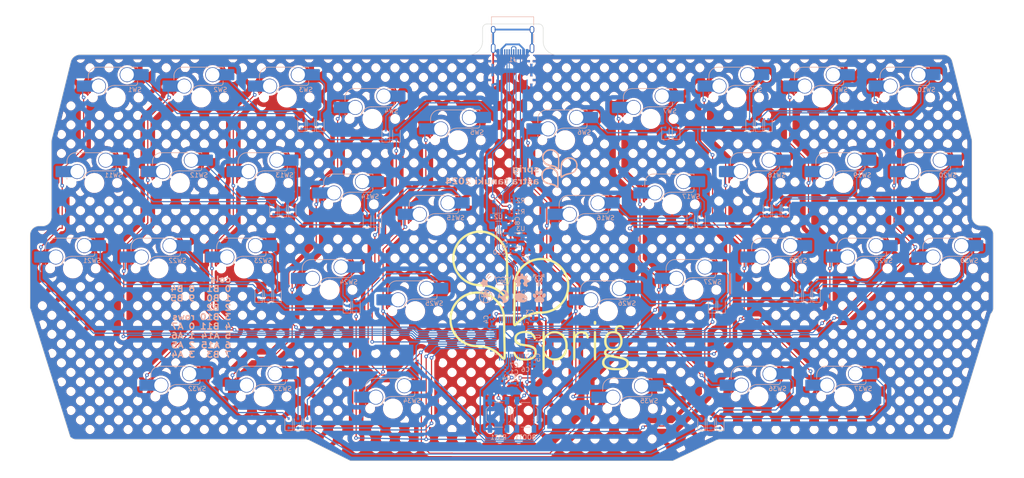
<source format=kicad_pcb>
(kicad_pcb (version 20240108) (generator "pcbnew") (generator_version "8.0")
  (layers (0 "F.Cu" signal) (31 "B.Cu" signal) (34 "B.Paste" user) (35 "F.Paste" user) (36 "B.SilkS" user "B.Silkscreen") (37 "F.SilkS" user "F.Silkscreen") (38 "B.Mask" user) (39 "F.Mask" user) (44 "Edge.Cuts" user))
  (net 0 "")
  (net 1 "+5V")
  (net 2 "GND")
  (net 3 "+3V3")
  (net 4 "NRST")
  (net 5 "VBUS")
  (net 6 "Net-(J1-CC1)")
  (net 7 "row 0")
  (net 8 "Net-(D1-A)")
  (net 10 "Net-(J1-CC2)")
  (net 12 "BOOT0")
  (net 13 "/C13")
  (net 14 "/C14")
  (net 15 "/C15")
  (net 16 "/F0")
  (net 17 "/F1")
  (net 26 "Net-(R3-Pad2)")
  (net 28 "D+")
  (net 29 "D-")
  (net 30 "Net-(D2-A)")
  (net 31 "Net-(D3-A)")
  (net 32 "Net-(D4-A)")
  (net 33 "Net-(D5-A)")
  (net 34 "Net-(D6-A)")
  (net 35 "Net-(D7-A)")
  (net 36 "Net-(D8-A)")
  (net 37 "Net-(D9-A)")
  (net 38 "Net-(D10-A)")
  (net 39 "Net-(D11-A)")
  (net 40 "Net-(D12-A)")
  (net 41 "row 1")
  (net 42 "Net-(D13-A)")
  (net 43 "Net-(D14-A)")
  (net 44 "Net-(D15-A)")
  (net 45 "Net-(D16-A)")
  (net 46 "Net-(D17-A)")
  (net 47 "Net-(D18-A)")
  (net 48 "Net-(D19-A)")
  (net 49 "Net-(D20-A)")
  (net 50 "Net-(D21-A)")
  (net 51 "Net-(D22-A)")
  (net 52 "Net-(D23-A)")
  (net 53 "Net-(D24-A)")
  (net 54 "row 2")
  (net 55 "Net-(D25-A)")
  (net 56 "Net-(D26-A)")
  (net 57 "Net-(D27-A)")
  (net 58 "Net-(D28-A)")
  (net 59 "Net-(D29-A)")
  (net 60 "Net-(D30-A)")
  (net 61 "Net-(D32-A)")
  (net 62 "Net-(D33-A)")
  (net 63 "Net-(D34-A)")
  (net 64 "Net-(D35-A)")
  (net 65 "Net-(D36-A)")
  (net 66 "row 3")
  (net 67 "Net-(D37-A)")
  (net 68 "col 0")
  (net 69 "col 1")
  (net 70 "col 2")
  (net 71 "col 3")
  (net 72 "col 4")
  (net 73 "col 5")
  (net 74 "col 6")
  (net 75 "col 7")
  (net 76 "col 8")
  (net 77 "col 9")
  (footprint "LOGO" (layer "F.Cu") (at 146.744901 94.952583)
    (property "Reference" "G***" (hide yes))
    (property "Value" "LOGO" (hide yes))
  )
  (footprint "PCM_marbastlib-various:D_SOD-323" (layer "B.Cu") (at 95.139183 122.337027 90)
    (property "Reference" "D34" (hide yes))
    (property "Value" "D_Small")
  )
  (footprint "PCM_marbastlib-various:D_SOD-323" (layer "B.Cu") (at 187.356724 96.163108 90)
    (property "Reference" "D27" (hide yes))
    (property "Value" "D_Small")
  )
  (footprint "PCM_marbastlib-mx:SW_MX_HS_CPG151101S11_1u" (layer "B.Cu") (at 81.037565 87.82873 180)
    (property "Reference" "SW23")
    (property "Value" "MX_SW_HS")
  )
  (footprint "PCM_marbastlib-mx:SW_MX_HS_CPG151101S11_1u" (layer "B.Cu") (at 85.407696 116.383887 180)
    (property "Reference" "SW33")
    (property "Value" "MX_SW_HS")
  )
  (footprint "PCM_marbastlib-various:D_SOD-323" (layer "B.Cu") (at 110.803215 77.113092 90)
    (property "Reference" "D15" (hide yes))
    (property "Value" "D_Small")
  )
  (footprint "Capacitor_SMD:C_0402_1005Metric" (layer "B.Cu") (at 136.192369 99.202331 90)
    (property "Reference" "C4")
    (property "Value" "100nF")
  )
  (footprint "Package_QFP:LQFP-48_7x7mm_P0.5mm" (layer "B.Cu") (at 140.692369 103.452331 90)
    (property "Reference" "U1")
    (property "Value" "STM32F072CBT6")
  )
  (footprint "PCM_marbastlib-mx:SW_MX_HS_CPG151101S11_1u" (layer "B.Cu") (at 195.393136 68.77871 180)
    (property "Reference" "SW18")
    (property "Value" "MX_SW_HS")
  )
  (footprint "PCM_marbastlib-mx:SW_MX_HS_CPG151101S11_1u" (layer "B.Cu") (at 190.630632 49.728694 180)
    (property "Reference" "SW8")
    (property "Value" "MX_SW_HS")
  )
  (footprint "PCM_marbastlib-mx:SW_MX_HS_CPG151101S11_1u" (layer "B.Cu") (at 228.730664 49.728694 180)
    (property "Reference" "SW10")
    (property "Value" "MX_SW_HS")
  )
  (footprint "PCM_marbastlib-various:D_SOD-323" (layer "B.Cu") (at 193.607521 55.681855 90)
    (property "Reference" "D8" (hide yes))
    (property "Value" "D_Small")
  )
  (footprint "PCM_marbastlib-various:D_SOD-323" (layer "B.Cu") (at 93.836927 55.681824 90)
    (property "Reference" "D1" (hide yes))
    (property "Value" "D_Small")
  )
  (footprint "Capacitor_SMD:C_0402_1005Metric" (layer "B.Cu") (at 144.942369 98.952331)
    (property "Reference" "C3")
    (property "Value" "100nF")
  )
  (footprint "PCM_marbastlib-various:D_SOD-323" (layer "B.Cu") (at 84.311903 93.781951 90)
    (property "Reference" "D21" (hide yes))
    (property "Value" "D_Small")
  )
  (footprint "PCM_marbastlib-various:D_SOD-323" (layer "B.Cu") (at 103.957265 96.163108 90)
    (property "Reference" "D24" (hide yes))
    (property "Value" "D_Small")
  )
  (footprint "PCM_marbastlib-mx:SW_MX_HS_CPG151101S11_1u" (layer "B.Cu") (at 238.255672 87.828726 180)
    (property "Reference" "SW30")
    (property "Value" "MX_SW_HS")
  )
  (footprint "PCM_marbastlib-mx:SW_MX_HS_CPG151101S11_1u" (layer "B.Cu") (at 90.562573 49.728694 180)
    (property "Reference" "SW3")
    (property "Value" "MX_SW_HS")
  )
  (footprint "PCM_marbastlib-mx:SW_MX_HS_CPG151101S11_1u" (layer "B.Cu") (at 52.462541 49.728694 180)
    (property "Reference" "SW1")
    (property "Value" "MX_SW_HS")
  )
  (footprint "Button_Switch_SMD:SW_SPST_TL3342" (layer "B.Cu") (at 143.692369 120.452331 -90)
    (property "Reference" "BOOT1")
    (property "Value" "SW_SPST")
  )
  (footprint "PCM_marbastlib-mx:SW_MX_HS_CPG151101S11_1u" (layer "B.Cu") (at 42.937533 87.82873 180)
    (property "Reference" "SW21")
    (property "Value" "MX_SW_HS")
  )
  (footprint "PCM_marbastlib-various:D_SOD-323" (layer "B.Cu") (at 91.753328 74.731903 90)
    (property "Reference" "D13" (hide yes))
    (property "Value" "D_Small")
  )
  (footprint "PCM_marbastlib-various:D_SOD-323" (layer "B.Cu") (at 206.406772 93.781856 90)
    (property "Reference" "D29" (hide yes))
    (property "Value" "D_Small")
  )
  (footprint "PCM_marbastlib-various:D_SOD-323" (layer "B.Cu") (at 112.589318 58.063076 90)
    (property "Reference" "D4" (hide yes))
    (property "Value" "D_Small")
  )
  (footprint "PCM_marbastlib-various:D_SOD-323" (layer "B.Cu") (at 187.059067 122.357023 90)
    (property "Reference" "D37" (hide yes))
    (property "Value" "D_Small")
  )
  (footprint "LOGO" (layer "B.Cu") (at 140.791761 94.059612 180)
    (property "Reference" "G***" (hide yes))
    (property "Value" "LOGO" (hide yes))
  )
  (footprint "Package_TO_SOT_SMD:SOT-143" (layer "B.Cu") (at 137.644145 73.967072)
    (property "Reference" "U2")
    (property "Value" "PRTR5V0U2X")
  )
  (footprint "PCM_marbastlib-various:D_SOD-323" (layer "B.Cu") (at 204.322831 93.781856 90)
    (property "Reference" "D28" (hide yes))
    (property "Value" "D_Small")
  )
  (footprint "Capacitor_SMD:C_0402_1005Metric" (layer "B.Cu") (at 145.192369 107.702331 -90)
    (property "Reference" "C5")
    (property "Value" "100nF")
  )
  (footprint "PCM_marbastlib-various:D_SOD-323" (layer "B.Cu") (at 114.970406 58.063076 90)
    (property "Reference" "D5" (hide yes))
    (property "Value" "D_Small")
  )
  (footprint "PCM_marbastlib-various:D_SOD-323" (layer "B.Cu") (at 201.64426 74.731903 90)
    (property "Reference" "D20" (hide yes))
    (property "Value" "D_Small")
  )
  (footprint "LOGO" (layer "B.Cu") (at 151.209756 65.48454 180)
    (property "Reference" "G***" (hide yes))
    (property "Value" "LOGO" (hide yes))
  )
  (footprint "Button_Switch_SMD:SW_SPST_TL3342" (layer "B.Cu") (at 137.692369 120.452331 90)
    (property "Reference" "RST1")
    (property "Value" "SW_SPST")
  )
  (footprint "PCM_marbastlib-mx:SW_MX_HS_CPG151101S11_1u" (layer "B.Cu") (at 128.662605 59.253702 180)
    (property "Reference" "SW5")
    (property "Value" "MX_SW_HS")
  )
  (footprint "PCM_marbastlib-various:D_SOD-323" (layer "B.Cu") (at 87.58613 74.731903 90)
    (property "Reference" "D11" (hide yes))
    (property "Value" "D_Small")
  )
  (footprint "PCM_marbastlib-various:D_SOD-323" (layer "B.Cu") (at 177.236386 57.467797 90)
    (property "Reference" "D7" (hide yes))
    (property "Value" "D_Small")
  )
  (footprint "PCM_marbastlib-various:D_SOD-323" (layer "B.Cu") (at 174.85513 57.467797 90)
    (property "Reference" "D6" (hide yes))
    (property "Value" "D_Small")
  )
  (footprint "PCM_marbastlib-mx:SW_MX_HS_CPG151101S11_1u" (layer "B.Cu") (at 195.58048 116.383887 180)
    (property "Reference" "SW36")
    (property "Value" "MX_SW_HS")
  )
  (footprint "PCM_marbastlib-various:D_SOD-323" (layer "B.Cu") (at 90.971985 122.337027 90)
    (property "Reference" "D32" (hide yes))
    (property "Value" "D_Small")
  )
  (footprint "PCM_marbastlib-mx:SW_MX_HS_CPG151101S11_1u" (layer "B.Cu") (at 166.985577 119.082631 180)
    (property "Reference" "SW35")
    (property "Value" "MX_SW_HS")
  )
  (footprint "PCM_marbastlib-mx:SW_MX_HS_CPG151101S11_1u" (layer "B.Cu") (at 109.612589 54.491198 180)
    (property "Reference" "SW4")
    (property "Value" "MX_SW_HS")
  )
  (footprint "PCM_marbastlib-various:D_SOD-323" (layer "B.Cu") (at 184.975468 122.35688 90)
    (property "Reference" "D36" (hide yes))
    (property "Value" "D_Small")
  )
  (footprint "PCM_marbastlib-various:D_SOD-323" (layer "B.Cu") (at 182.891869 77.113159 90)
    (property "Reference" "D17" (hide yes))
    (property "Value" "D_Small")
  )
  (footprint "PCM_marbastlib-mx:SW_MX_HS_CPG151101S11_1u" (layer "B.Cu") (at 61.987549 87.828726 180)
    (property "Reference" "SW22")
    (property "Value" "MX_SW_HS")
  )
  (footprint "PCM_marbastlib-mx:SW_MX_HS_CPG151101S11_1u" (layer "B.Cu") (at 47.700037 68.77873 180)
    (property "Reference" "SW11")
    (property "Value" "MX_SW_HS")
  )
  (footprint "PCM_marbastlib-mx:SW_MX_HS_CPG151101S11_1u" (layer "B.Cu") (at 66.750053 68.77871 180)
    (property "Reference" "SW12")
    (property "Value" "MX_SW_HS")
  )
  (footprint "PCM_marbastlib-various:D_SOD-323" (layer "B.Cu") (at 89.669729 74.731903 90)
    (property "Reference" "D12" (hide yes))
    (property "Value" "D_Small")
  )
  (footprint "Package_TO_SOT_SMD:SOT-23" (layer "B.Cu") (at 141.894145 81.467072 180)
    (property "Reference" "U3")
    (property "Value" "XC6206PxxxMR-Regulator_Linear")
  )
  (footprint "PCM_marbastlib-mx:SW_MX_HS_CPG151101S11_1u" (layer "B.Cu") (at 114.189056 119.0628 180)
    (property "Reference" "SW34")
    (property "Value" "MX_SW_HS")
  )
  (footprint "PCM_marbastlib-various:D_SOD-323" (layer "B.Cu") (at 98.004125 55.681824 90)
    (property "Reference" "D3" (hide yes))
    (property "Value" "D_Small")
  )
  (footprint "PCM_marbastlib-mx:SW_MX_HS_CPG151101S11_1u" (layer "B.Cu") (at 85.800069 68.77873 180)
    (property "Reference" "SW13")
    (property "Value" "MX_SW_HS")
  )
  (footprint "Capacitor_SMD:C_0402_1005Metric" (layer "B.Cu") (at 144.692369 109.202331)
    (property "Reference" "C6")
    (property "Value" "100nF")
  )
  (footprint "PCM_marbastlib-mx:SW_MX_HS_CPG151101S11_1u" (layer "B.Cu") (at 200.15564 87.828726 180)
    (property "Reference" "SW28")
    (property "Value" "MX_SW_HS")
  )
  (footprint "PCM_marbastlib-various:D_SOD-323" (layer "B.Cu") (at 180.510311 77.113092 90)
    (property "Reference" "D16" (hide yes))
    (property "Value" "D_Small")
  )
  (footprint "PCM_marbastlib-various:D_SOD-323" (layer "B.Cu") (at 95.920526 55.681824 90)
    (property "Reference" "D2" (hide yes))
    (property "Value" "D_Small")
  )
  (footprint "PCM_marbastlib-mx:SW_MX_HS_CPG151101S11_1u" (layer "B.Cu") (at 233.493168 68.77871 180)
    (property "Reference" "SW20")
    (property "Value" "MX_SW_HS")
  )
  (footprint "PCM_marbastlib-mx:SW_MX_HS_CPG151101S11_1u" (layer "B.Cu") (at 181.105624 92.59123 180)
    (property "Reference" "SW27")
    (property "Value" "MX_SW_HS")
  )
  (footprint "PCM_marbastlib-mx:SW_MX_HS_CPG151101S11_1u" (layer "B.Cu") (at 209.680648 49.728694 180)
    (property "Reference" "SW9")
    (property "Value" "MX_SW_HS")
  )
  (footprint "PCM_marbastlib-mx:SW_MX_HS_CPG151101S11_1u" (layer "B.Cu") (at 119.137597 97.353734 180)
    (property "Reference" "SW25")
    (property "Value" "MX_SW_HS")
  )
  (footprint "Resistor_SMD:R_0402_1005Metric" (layer "B.Cu") (at 140.644145 75.217072 180)
    (property "Reference" "R1")
    (property "Value" "5.1k")
  )
  (footprint "PCM_marbastlib-various:D_SOD-323" (layer "B.Cu") (at 108.42212 77.113159 90)
    (property "Reference" "D14" (hide yes))
    (property "Value" "D_Small")
  )
  (footprint "PCM_marbastlib-mx:SW_MX_HS_CPG151101S11_1u" (layer "B.Cu") (at 66.35768 116.383887 180)
    (property "Reference" "SW32")
    (property "Value" "MX_SW_HS")
  )
  (footprint "Capacitor_SMD:C_0402_1005Metric" (layer "B.Cu") (at 140.394145 83.967072 180)
    (property "Reference" "C10")
    (property "Value" "1uF")
  )
  (footprint "PCM_marbastlib-various:D_SOD-323" (layer "B.Cu") (at 88.479101 93.781951 90)
    (property "Reference" "D23" (hide yes))
    (property "Value" "D_Small")
  )
  (footprint "PCM_marbastlib-mx:SW_MX_HS_CPG151101S11_1u" (layer "B.Cu") (at 123.900101 78.303718 180)
    (property "Reference" "SW15")
    (property "Value" "MX_SW_HS")
  )
  (footprint "Fuse:Fuse_1206_3216Metric" (layer "B.Cu") (at 137.644145 78.217072)
    (property "Reference" "F1")
    (property "Value" "500mA")
  )
  (footprint "PCM_marbastlib-various:D_SOD-323" (layer "B.Cu") (at 106.040711 96.163108 90)
    (property "Reference" "D25" (hide yes))
    (property "Value" "D_Small")
  )
  (footprint "PCM_marbastlib-various:D_SOD-323" (layer "B.Cu") (at 93.055584 122.337027 90)
    (property "Reference" "D33" (hide yes))
    (property "Value" "D_Small")
  )
  (footprint "PCM_marbastlib-mx:SW_MX_HS_CPG151101S11_1u" (layer "B.Cu") (at 171.580616 54.491198 180)
    (property "Reference" "SW7")
    (property "Value" "MX_SW_HS")
  )
  (footprint "PCM_marbastlib-various:D_SOD-323" (layer "B.Cu") (at 197.774719 55.681824 90)
    (property "Reference" "D10" (hide yes))
    (property "Value" "D_Small")
  )
  (footprint "PCM_marbastlib-mx:SW_MX_HS_CPG151101S11_1u" (layer "B.Cu") (at 100.087581 92.59123 180)
    (property "Reference" "SW24")
    (property "Value" "MX_SW_HS")
  )
  (footprint "Capacitor_SMD:C_0402_1005Metric" (layer "B.Cu") (at 139.144145 80.467072 90)
    (property "Reference" "C9")
    (property "Value" "1uF")
  )
  (footprint "Capacitor_SMD:C_0402_1005Metric" (layer "B.Cu") (at 139.178946 111.188908 180)
    (property "Reference" "C1")
    (property "Value" "100nF")
  )
  (footprint "PCM_marbastlib-mx:SW_MX_HS_CPG151101S11_1u" (layer "B.Cu") (at 219.205656 87.828726 180)
    (property "Reference" "SW29")
    (property "Value" "MX_SW_HS")
  )
  (footprint "Resistor_SMD:R_0402_1005Metric" (layer "B.Cu") (at 139.442369 113.452331 180)
    (property "Reference" "R4")
    (property "Value" "5.1k")
  )
  (footprint "PCM_marbastlib-mx:SW_MX_HS_CPG151101S11_1u" (layer "B.Cu") (at 214.630496 116.383887 180)
    (property "Reference" "SW37")
    (property "Value" "MX_SW_HS")
  )
  (footprint "PCM_marbastlib-mx:SW_MX_HS_CPG151101S11_1u" (layer "B.Cu") (at 104.850085 73.541214 180)
    (property "Reference" "SW14")
    (property "Value" "MX_SW_HS")
  )
  (footprint "PCM_marbastlib-mx:SW_MX_HS_CPG151101S11_1u" (layer "B.Cu") (at 162.055608 97.353734 180)
    (property "Reference" "SW26")
    (property "Value" "MX_SW_HS")
  )
  (footprint "Capacitor_SMD:C_0402_1005Metric" (layer "B.Cu") (at 139.178946 109.938908)
    (property "Reference" "C7")
    (property "Value" "100nF")
  )
  (footprint "PCM_marbastlib-mx:SW_MX_HS_CPG151101S11_1u" (layer "B.Cu") (at 157.293104 78.303718 180)
    (property "Reference" "SW16")
    (property "Value" "MX_SW_HS")
  )
  (footprint "Resistor_SMD:R_0402_1005Metric" (layer "B.Cu") (at 140.644145 72.717072)
    (property "Reference" "R2")
    (property "Value" "5.1k")
  )
  (footprint "Connector_USB:USB_C_Receptacle_HRO_TYPE-C-31-M-12" (layer "B.Cu") (at 140.83125 35.6425)
    (property "Reference" "J1")
    (property "Value" "USB_C_Receptacle_USB2.0")
  )
  (footprint "PCM_marbastlib-mx:SW_MX_HS_CPG151101S11_1u" (layer "B.Cu") (at 152.5306 59.253702 180)
    (property "Reference" "SW6")
    (property "Value" "MX_SW_HS")
  )
  (footprint "PCM_marbastlib-mx:SW_MX_HS_CPG151101S11_1u" (layer "B.Cu") (at 176.34312 73.541214 180)
    (property "Reference" "SW17")
    (property "Value" "MX_SW_HS")
  )
  (footprint "PCM_marbastlib-various:D_SOD-323" (layer "B.Cu") (at 86.395502 93.781951 90)
    (property "Reference" "D22" (hide yes))
    (property "Value" "D_Small")
  )
  (footprint "Resistor_SMD:R_0402_1005Metric" (layer "B.Cu") (at 141.942369 113.452331 180)
    (property "Reference" "R3")
    (property "Value" "5.1k")
  )
  (footprint "PCM_marbastlib-various:D_SOD-323" (layer "B.Cu") (at 208.490371 93.781856 90)
    (property "Reference" "D30" (hide yes))
    (property "Value" "D_Small")
  )
  (footprint "Capacitor_SMD:C_0603_1608Metric" (layer "B.Cu") (at 143.144145 84.217072)
    (property "Reference" "C2")
    (property "Value" "10uF")
  )
  (footprint "PCM_marbastlib-various:D_SOD-323" (layer "B.Cu") (at 197.477062 74.73184 90)
    (property "Reference" "D18" (hide yes))
    (property "Value" "D_Small")
  )
  (footprint "Capacitor_SMD:C_0402_1005Metric" (layer "B.Cu") (at 140.644145 77.217072 90)
    (property "Reference" "C8")
    (property "Value" "100nF")
  )
  (footprint "PCM_marbastlib-various:D_SOD-323" (layer "B.Cu") (at 185.272815 96.163108 90)
    (property "Reference" "D26" (hide yes))
    (property "Value" "D_Small")
  )
  (footprint "LOGO" (layer "B.Cu") (at 140.791761 90.487728 180)
    (property "Reference" "G***" (hide yes))
    (property "Value" "LOGO" (hide yes))
  )
  (footprint "PCM_marbastlib-mx:SW_MX_HS_CPG151101S11_1u" (layer "B.Cu") (at 71.512557 49.728694 180)
    (property "Reference" "SW2")
    (property "Value" "MX_SW_HS")
  )
  (footprint "PCM_marbastlib-various:D_SOD-323" (layer "B.Cu") (at 182.891869 122.35688 90)
    (property "Reference" "D35" (hide yes))
    (property "Value" "D_Small")
  )
  (footprint "PCM_marbastlib-various:D_SOD-323" (layer "B.Cu") (at 199.560661 74.73184 90)
    (property "Reference" "D19" (hide yes))
    (property "Value" "D_Small")
  )
  (footprint "PCM_marbastlib-mx:SW_MX_HS_CPG151101S11_1u" (layer "B.Cu") (at 214.443152 68.77871 180)
    (property "Reference" "SW19")
    (property "Value" "MX_SW_HS")
  )
  (footprint "PCM_marbastlib-various:D_SOD-323" (layer "B.Cu") (at 195.69112 55.681855 90)
    (property "Reference" "D9" (hide yes))
    (property "Value" "D_Small")
  )
  (gr_line (start 176.510601 130.691262) (end 171.10848 130.691262) (stroke (width 0.1)) (layer "Edge.Cuts"))
  (gr_arc (start 38.17506 76.387386) (mid 37.589273 77.801597) (end 36.17506 78.387386) (stroke (width 0.1)) (layer "Edge.Cuts"))
  (gr_arc (start 150.6375 40.203686) (mid 148.51618 39.325006) (end 147.6375 37.203686) (stroke (width 0.1)) (layer "Edge.Cuts"))
  (gr_line (start 104.676679 130.671423) (end 95.561331 126.119908) (stroke (width 0.1)) (layer "Edge.Cuts"))
  (gr_arc (start 134.14375 34.3375) (mid 134.436643 33.630393) (end 135.14375 33.3375) (stroke (width 0.1)) (layer "Edge.Cuts"))
  (gr_line (start 150.6375 40.203686) (end 236.767786 40.203691) (stroke (width 0.1)) (layer "Edge.Cuts"))
  (gr_arc (start 38.17506 59.583581) (mid 38.190046 59.339215) (end 38.234775 59.09851) (stroke (width 0.1)) (layer "Edge.Cuts"))
  (gr_line (start 38.234775 59.09851) (end 42.477663 41.781991) (stroke (width 0.1)) (layer "Edge.Cuts"))
  (gr_arc (start 94.666904 125.908762) (mid 95.126406 125.962275) (end 95.561331 126.119908) (stroke (width 0.1)) (layer "Edge.Cuts"))
  (gr_arc (start 236.767786 40.203691) (mid 237.998681 40.627204) (end 238.708071 41.71862) (stroke (width 0.1)) (layer "Edge.Cuts"))
  (gr_line (start 134.14375 34.3375) (end 134.14375 37.203685) (stroke (width 0.1)) (layer "Edge.Cuts"))
  (gr_line (start 33.412556 96.608975) (end 33.412556 80.387386) (stroke (width 0.1)) (layer "Edge.Cuts"))
  (gr_line (start 186.085454 126.139904) (end 176.510601 130.691262) (stroke (width 0.1)) (layer "Edge.Cuts"))
  (gr_line (start 243.091843 59.499918) (end 243.091843 76.303723) (stroke (width 0.1)) (layer "Edge.Cuts"))
  (gr_line (start 42.351746 125.342971) (end 33.412556 96.608975) (stroke (width 0.1)) (layer "Edge.Cuts"))
  (gr_line (start 247.26856 97.939526) (end 238.841458 125.342972) (stroke (width 0.1)) (layer "Edge.Cuts"))
  (gr_line (start 44.499117 40.203691) (end 131.14375 40.203685) (stroke (width 0.1)) (layer "Edge.Cuts"))
  (gr_line (start 171.10848 130.691262) (end 104.676679 130.671423) (stroke (width 0.1)) (layer "Edge.Cuts"))
  (gr_line (start 247.854347 80.303723) (end 247.854347 96.525312) (stroke (width 0.1)) (layer "Edge.Cuts"))
  (gr_arc (start 43.76596 125.928758) (mid 43.000584 125.776538) (end 42.351746 125.342971) (stroke (width 0.1)) (layer "Edge.Cuts"))
  (gr_arc (start 247.854347 96.525312) (mid 247.702111 97.290682) (end 247.26856 97.939526) (stroke (width 0.1)) (layer "Edge.Cuts"))
  (gr_line (start 238.708071 41.71862) (end 243.032128 59.014847) (stroke (width 0.1)) (layer "Edge.Cuts"))
  (gr_line (start 147.6375 37.203686) (end 147.6375 34.3375) (stroke (width 0.1)) (layer "Edge.Cuts"))
  (gr_arc (start 42.477663 41.781991) (mid 43.216802 40.645009) (end 44.499117 40.203691) (stroke (width 0.1)) (layer "Edge.Cuts"))
  (gr_line (start 35.412556 78.387386) (end 36.17506 78.387386) (stroke (width 0.1)) (layer "Edge.Cuts"))
  (gr_arc (start 245.091843 78.303723) (mid 243.677603 77.717965) (end 243.091843 76.303723) (stroke (width 0.1)) (layer "Edge.Cuts"))
  (gr_arc (start 245.854347 78.303723) (mid 247.268531 78.889539) (end 247.854347 80.303723) (stroke (width 0.1)) (layer "Edge.Cuts"))
  (gr_arc (start 243.032128 59.014847) (mid 243.076861 59.255551) (end 243.091843 59.499918) (stroke (width 0.1)) (layer "Edge.Cuts"))
  (gr_line (start 245.091843 78.303723) (end 245.854347 78.303723) (stroke (width 0.1)) (layer "Edge.Cuts"))
  (gr_line (start 237.427245 125.928758) (end 186.979881 125.928758) (stroke (width 0.1)) (layer "Edge.Cuts"))
  (gr_line (start 146.6375 33.3375) (end 135.14375 33.3375) (stroke (width 0.1)) (layer "Edge.Cuts"))
  (gr_arc (start 238.841458 125.342972) (mid 238.192599 125.77648) (end 237.427245 125.928758) (stroke (width 0.1)) (layer "Edge.Cuts"))
  (gr_line (start 94.666904 125.908762) (end 43.76596 125.928758) (stroke (width 0.1)) (layer "Edge.Cuts"))
  (gr_arc (start 134.14375 37.203685) (mid 133.265079 39.325033) (end 131.14375 40.203685) (stroke (width 0.1)) (layer "Edge.Cuts"))
  (gr_arc (start 186.085454 126.139904) (mid 186.520375 125.982255) (end 186.979881 125.928758) (stroke (width 0.1)) (layer "Edge.Cuts"))
  (gr_line (start 38.17506 76.387386) (end 38.17506 59.583581) (stroke (width 0.1)) (layer "Edge.Cuts"))
  (gr_arc (start 33.412556 80.387386) (mid 33.998345 78.973175) (end 35.412556 78.387386) (stroke (width 0.1)) (layer "Edge.Cuts"))
  (gr_arc (start 146.6375 33.3375) (mid 147.344607 33.630393) (end 147.6375 34.3375) (stroke (width 0.1)) (layer "Edge.Cuts"))
  (gr_text "astra tanuki 2024" (at 146.744901 69.354081 0) (layer "B.SilkS") (effects (font (size 1.5 1.5) (thickness 0.3) (bold yes)) (justify left bottom mirror)))
  (gr_text "cols\n0 B1\n1 B0\n2 B2\n3 B10\n4 B11\n5 A14\n6 A15\n7 B3\n" (at 78.358763 107.77183 0) (layer "B.SilkS") (effects (font (size 1.3 1.5) (thickness 0.3) (bold yes)) (justify left bottom mirror)))
  (gr_text "8 B4\n9 B5\n\nrows\n0 A7\n1 A6\n2 A5\n3 A4" (at 70.322024 107.77183 0) (layer "B.SilkS") (effects (font (size 1.3 1.5) (thickness 0.3) (bold yes)) (justify left bottom mirror)))
  (gr_text "sprig" (at 146.744901 66.675168 0) (layer "B.SilkS") (effects (font (size 1.5 1.5) (thickness 0.3) (bold yes)) (justify left bottom mirror)))
  (segment (start 138.394145 80.717072) (end 138.394145 78.867072) (width 0.4) (layer "B.Cu") (net 1))
  (segment (start 138.394145 75.167072) (end 138.644145 74.917072) (width 0.4) (layer "B.Cu") (net 1))
  (segment (start 140.124145 78.217072) (end 140.644145 77.697072) (width 0.4) (layer "B.Cu") (net 1))
  (segment (start 140.956645 81.467072) (end 139.664145 81.467072) (width 0.4) (layer "B.Cu") (net 1))
  (segment (start 138.394145 77.567072) (end 138.394145 75.167072) (width 0.4) (layer "B.Cu") (net 1))
  (segment (start 139.044145 78.217072) (end 138.394145 77.567072) (width 0.4) (layer "B.Cu") (net 1))
  (segment (start 139.664145 81.467072) (end 139.144145 80.947072) (width 0.4) (layer "B.Cu") (net 1))
  (segment (start 138.394145 78.867072) (end 139.044145 78.217072) (width 0.4) (layer "B.Cu") (net 1))
  (segment (start 139.044145 78.217072) (end 140.124145 78.217072) (width 0.4) (layer "B.Cu") (net 1))
  (segment (start 139.144145 80.947072) (end 138.624145 80.947072) (width 0.4) (layer "B.Cu") (net 1))
  (segment (start 138.624145 80.947072) (end 138.394145 80.717072) (width 0.4) (layer "B.Cu") (net 1))
  (segment (start 137.428946 112.438908) (end 136.692369 113.175485) (width 0.4) (layer "F.Cu") (net 2))
  (segment (start 140.394145 76.967072) (end 139.894145 76.467072) (width 0.4) (layer "F.Cu") (net 2))
  (segment (start 136.692369 113.175485) (end 136.692369 115.702331) (width 0.4) (layer "F.Cu") (net 2))
  (segment (start 136.51125 51.355769) (end 136.51125 38.7725) (width 0.4) (layer "F.Cu") (net 2))
  (segment (start 136.372369 51.49465) (end 136.51125 51.355769) (width 0.4) (layer "F.Cu") (net 2))
  (segment (start 139.394145 76.467072) (end 139.894145 76.467072) (width 0.4) (layer "F.Cu") (net 2))
  (segment (start 142.144145 74.217072) (end 139.894145 76.467072) (width 0.4) (layer "F.Cu") (net 2))
  (segment (start 142.144145 73.967072) (end 142.144145 74.217072) (width 0.4) (layer "F.Cu") (net 2))
  (segment (start 139.665523 110.202331) (end 137.428946 112.438908) (width 0.4) (layer "F.Cu") (net 2))
  (segment (start 140.394145 82.717072) (end 140.394145 76.967072) (width 0.4) (layer "F.Cu") (net 2))
  (segment (start 145.192369 110.202331) (end 139.665523 110.202331) (width 0.4) (layer "F.Cu") (net 2))
  (segment (start 136.144145 76.467072) (end 139.394145 76.467072) (width 0.4) (layer "F.Cu") (net 2))
  (segment (start 142.144145 73.967072) (end 141.964145 73.787072) (width 0.4) (layer "F.Cu") (net 2))
  (via (at 137.428946 112.438908) (size 0.8) (drill 0.4) (layers "F.Cu" "B.Cu") (net 2))
  (via (at 140.394145 82.717072) (size 0.8) (drill 0.4) (layers "F.Cu" "B.Cu") (net 2))
  (via (at 139.394145 76.467072) (size 0.8) (drill 0.4) (layers "F.Cu" "B.Cu") (net 2))
  (via (at 142.144145 73.967072) (size 0.8) (drill 0.4) (layers "F.Cu" "B.Cu") (net 2))
  (via (at 145.192369 110.202331) (size 0.8) (drill 0.4) (layers "F.Cu" "B.Cu") (net 2))
  (via (at 136.144145 76.467072) (size 0.8) (drill 0.4) (layers "F.Cu" "B.Cu") (net 2))
  (via (at 136.692369 115.702331) (size 0.8) (drill 0.4) (layers "F.Cu" "B.Cu") (net 2))
  (via (at 136.372369 51.49465) (size 0.8) (drill 0.4) (layers "F.Cu" "B.Cu") (net 2))
  (segment (start 145.15125 38.7725) (end 145.15125 34.5925) (width 0.4) (layer "B.Cu") (net 2))
  (segment (start 135.192369 99.202331) (end 135.672369 98.722331) (width 0.3) (layer "B.Cu") (net 2))
  (segment (start 145.422369 98.432331) (end 145.422369 98.952331) (width 0.3) (layer "B.Cu") (net 2))
  (segment (start 139.658946 110.056464) (end 139.658946 109.938908) (width 0.4) (layer "B.Cu") (net 2))
  (segment (start 139.942369 107.614831) (end 139.942369 109.655485) (width 0.3) (layer "B.Cu") (net 2))
  (segment (start 144.144145 81.829572) (end 142.831645 80.517072) (width 0.4) (layer "B.Cu") (net 2))
  (segment (start 145.172369 109.202331) (end 145.192369 110.202331) (width 0.4) (layer "B.Cu") (net 2))
  (segment (start 142.831645 80.517072) (end 141.674145 80.517072) (width 0.4) (layer "B.Cu") (net 2))
  (segment (start 139.942369 107.614831) (end 139.942369 104.202331) (width 0.3) (layer "B.Cu") (net 2))
  (segment (start 137.58125 39.6875) (end 137.58125 50.285769) (width 0.4) (layer "B.Cu") (net 2))
  (segment (start 136.51125 34.5925) (end 136.51125 38.7725) (width 0.4) (layer "B.Cu") (net 2))
  (segment (start 139.942369 104.202331) (end 140.692369 103.452331) (width 0.3) (layer "B.Cu") (net 2))
  (segment (start 142.942369 99.289831) (end 142.942369 101.202331) (width 0.3) (layer "B.Cu") (net 2))
  (segment (start 141.154145 74.957072) (end 141.154145 75.217072) (width 0.4) (layer "B.Cu") (net 2))
  (segment (start 136.529869 101.202331) (end 138.442369 101.202331) (width 0.3) (layer "B.Cu") (net 2))
  (segment (start 142.144145 73.967072) (end 141.154145 72.977072) (width 0.4) (layer "B.Cu") (net 2))
  (segment (start 140.394145 82.717072) (end 139.914145 83.197072) (width 0.4) (layer "B.Cu") (net 2))
  (segment (start 136.692369 115.702331) (end 135.792369 116.602331) (width 0.4) (layer "B.Cu") (net 2))
  (segment (start 141.674145 80.517072) (end 141.144145 79.987072) (width 0.4) (layer "B.Cu") (net 2))
  (segment (start 145.192369 108.182331) (end 145.192369 109.182331) (width 0.4) (layer "B.Cu") (net 2))
  (segment (start 136.144145 76.467072) (end 136.644145 75.967072) (width 0.4) (layer "B.Cu") (net 2))
  (segment (start 144.144145 83.992072) (end 144.144145 81.829572) (width 0.4) (layer "B.Cu") (net 2))
  (segment (start 140.692369 103.452331) (end 142.942369 105.702331) (width 0.3) (layer "B.Cu") (net 2))
  (segment (start 139.942369 109.655485) (end 139.658946 109.938908) (width 0.3) (layer "B.Cu") (net 2))
  (segment (start 135.792369 116.602331) (end 135.792369 117.302331) (width 0.4) (layer "B.Cu") (net 2))
  (segment (start 144.08125 39.6875) (end 144.23625 39.6875) (width 0.4) (layer "B.Cu") (net 2))
  (segment (start 138.698946 111.188908) (end 138.698946 111.016464) (width 0.4) (layer "B.Cu") (net 2))
  (segment (start 135.792369 117.302331) (end 135.792369 123.602331) (width 0.4) (layer "B.Cu") (net 2))
  (segment (start 145.15125 34.5925) (end 136.51125 34.5925) (width 0.4) (layer "B.Cu") (net 2))
  (segment (start 142.942369 101.202331) (end 140.692369 103.452331) (width 0.3) (layer "B.Cu") (net 2))
  (segment (start 144.23625 39.6875) (end 145.15125 38.7725) (width 0.4) (layer "B.Cu") (net 2))
  (segment (start 139.394145 76.467072) (end 140.374145 76.467072) (width 0.4) (layer "B.Cu") (net 2))
  (segment (start 135.672369 98.722331) (end 136.192369 98.722331) (width 0.3) (layer "B.Cu") (net 2))
  (segment (start 138.678946 111.188908) (end 137.428946 112.438908) (width 0.4) (layer "B.Cu") (net 2))
  (segment (start 136.644145 75.967072) (end 136.644145 74.717072) (width 0.4) (layer "B.Cu") (net 2))
  (segment (start 138.442369 101.202331) (end 140.692369 103.452331) (width 0.3) (layer "B.Cu") (net 2))
  (segment (start 138.932369 113.452331) (end 138.442369 113.452331) (width 0.4) (layer "B.Cu") (net 2))
  (segment (start 135.192369 100.952331) (end 135.192369 99.202331) (width 0.3) (layer "B.Cu") (net 2))
  (segment (start 141.154145 76.227072) (end 141.894145 76.967072) (width 0.4) (layer "B.Cu") (net 2))
  (segment (start 141.894145 79.237072) (end 141.144145 79.987072) (width 0.4) (layer "B.Cu") (net 2))
  (segment (start 140.374145 76.467072) (end 140.644145 76.737072) (width 0.4) (layer "B.Cu") (net 2))
  (segment (start 137.58125 46.692369) (end 137.58125 39.6875) (width 0.4) (layer "B.Cu") (net 2))
  (segment (start 141.154145 76.227072) (end 141.154145 75.217072) (width 0.4) (layer "B.Cu") (net 2))
  (segment (start 141.154145 72.977072) (end 141.154145 72.717072) (width 0.4) (layer "B.Cu") (net 2))
  (segment (start 136.51125 38.7725) (end 137.42625 39.6875) (width 0.4) (layer "B.Cu") (net 2))
  (segment (start 137.42625 39.6875) (end 137.58125 39.6875) (width 0.4) (layer "B.Cu") (net 2))
  (segment (start 139.144145 79.987072) (end 141.144145 79.987072) (width 0.4) (layer "B.Cu") (net 2))
  (segment (start 143.192369 97.952331) (end 144.942369 97.952331) (width 0.3) (layer "B.Cu") (net 2))
  (segment (start 136.372369 51.49465) (end 137.442369 50.42465) (width 0.4) (layer "B.Cu") (net 2))
  (segment (start 136.529869 101.202331) (end 135.442369 101.202331) (width 0.3) (layer "B.Cu") (net 2))
  (segment (start 142.942369 98.202331) (end 143.192369 97.952331) (width 0.3) (layer "B.Cu") (net 2))
  (segment (start 141.894145 76.967072) (end 141.894145 79.237072) (width 0.4) (layer "B.Cu") (net 2))
  (segment (start 138.442369 113.452331) (end 137.428946 112.438908) (width 0.4) (layer "B.Cu") (net 2))
  (segment (start 142.144145 73.967072) (end 141.154145 74.957072) (width 0.4) (layer "B.Cu") (net 2))
  (segment (start 135.442369 101.202331) (end 135.192369 100.952331) (width 0.3) (layer "B.Cu") (net 2))
  (segment (start 142.942369 105.702331) (end 144.854869 105.702331) (width 0.3) (layer "B.Cu") (net 2))
  (segment (start 137.58125 50.285769) (end 136.372369 51.49465) (width 0.4) (layer "B.Cu") (net 2))
  (segment (start 139.914145 83.197072) (end 139.914145 83.967072) (width 0.4) (layer "B.Cu") (net 2))
  (segment (start 144.942369 97.952331) (end 145.422369 98.432331) (width 0.3) (layer "B.Cu") (net 2))
  (segment (start 142.942369 99.289831) (end 142.942369 98.202331) (width 0.3) (layer "B.Cu") (net 2))
  (segment (start 138.698946 111.016464) (end 139.658946 110.056464) (width 0.4) (layer "B.Cu") (net 2))
  (segment (start 140.644145 76.737072) (end 141.154145 76.227072) (width 0.4) (layer "B.Cu") (net 2))
  (segment (start 144.049628 115.510912) (end 144.049628 113.129656) (width 0.25) (layer "F.Cu") (net 3))
  (segment (start 148.242369 109.894793) (end 145.007506 113.129656) (width 0.4) (layer "F.Cu") (net 3))
  (segment (start 146.728541 97.949149) (end 147.919169 99.139777) (width 0.25) (layer "F.Cu") (net 3))
  (segment (start 143.41299 116.14755) (end 144.049628 115.510912) (width 0.25) (layer "F.Cu") (net 3))
  (segment (start 137.203517 97.949149) (end 146.728541 97.949149) (width 0.25) (layer "F.Cu") (net 3))
  (segment (start 147.919169 99.139777) (end 148.242369 99.462977) (width 0.4) (layer "F.Cu") (net 3))
  (segment (start 148.242369 99.462977) (end 148.242369 109.894793) (width 0.4) (layer "F.Cu") (net 3))
  (segment (start 145.007506 113.129656) (end 144.049628 113.129656) (width 0.4) (layer "F.Cu") (net 3))
  (via (at 137.203517 97.949149) (size 0.8) (drill 0.4) (layers "F.Cu" "B.Cu") (net 3))
  (via (at 144.049628 113.129656) (size 0.8) (drill 0.4) (layers "F.Cu" "B.Cu") (net 3))
  (via (at 143.41299 116.14755) (size 0.8) (drill 0.4) (layers "F.Cu" "B.Cu") (net 3))
  (via (at 147.919169 99.139777) (size 0.8) (drill 0.4) (layers "F.Cu" "B.Cu") (net 3))
  (segment (start 146.728541 99.139777) (end 146.205987 99.662331) (width 0.4) (layer "B.Cu") (net 3))
  (segment (start 142.831645 82.417072) (end 142.831645 83.754572) (width 0.25) (layer "B.Cu") (net 3))
  (segment (start 146.205987 99.662331) (end 144.862369 99.662331) (width 0.4) (layer "B.Cu") (net 3))
  (segment (start 136.192369 100.364831) (end 136.529869 100.702331) (width 0.25) (layer "B.Cu") (net 3))
  (segment (start 133.631633 114.915598) (end 133.631633 124.142965) (width 0.3) (layer "B.Cu") (net 3))
  (segment (start 142.369145 84.660043) (end 146.728541 89.019439) (width 0.4) (layer "B.Cu") (net 3))
  (segment (start 144.049628 113.129656) (end 144.212369 112.966915) (width 0.25) (layer "B.Cu") (net 3))
  (segment (start 136.192369 99.682331) (end 136.192369 100.364831) (width 0.25) (layer "B.Cu") (net 3))
  (segment (start 144.212369 108.384831) (end 143.442369 107.614831) (width 0.25) (layer "B.Cu") (net 3))
  (segment (start 141.792369 117.302331) (end 142.258209 117.302331) (width 0.25) (layer "B.Cu") (net 3))
  (segment (start 136.502369 99.682331) (end 137.203517 98.981183) (width 0.25) (layer "B.Cu") (net 3))
  (segment (start 146.728541 99.139777) (end 147.919169 99.139777) (width 0.4) (layer "B.Cu") (net 3))
  (segment (start 138.608323 109.938908) (end 133.631633 114.915598) (width 0.3) (layer "B.Cu") (net 3))
  (segment (start 137.203517 98.981183) (end 137.203517 97.949149) (width 0.25) (layer "B.Cu") (net 3))
  (segment (start 144.212369 109.202331) (end 144.212369 108.384831) (width 0.25) (layer "B.Cu") (net 3))
  (segment (start 144.212369 108.384831) (end 144.212369 107.892331) (width 0.25) (layer "B.Cu") (net 3))
  (segment (start 142.369145 84.217072) (end 142.369145 84.660043) (width 0.4) (layer "B.Cu") (net 3))
  (segment (start 139.76345 125.63125) (end 141.792369 123.602331) (width 0.3) (layer "B.Cu") (net 3))
  (segment (start 144.862369 99.662331) (end 144.462369 99.262331) (width 0.4) (layer "B.Cu") (net 3))
  (segment (start 144.462369 99.262331) (end 144.462369 98.952331) (width 0.4) (layer "B.Cu") (net 3))
  (segment (start 141.124145 84.217072) (end 142.369145 84.217072) (width 0.4) (layer "B.Cu") (net 3))
  (segment (start 145.192369 106.539831) (end 144.854869 106.202331) (width 0.25) (layer "B.Cu") (net 3))
  (segment (start 139.442369 108.952331) (end 138.698946 109.695754) (width 0.3) (layer "B.Cu") (net 3))
  (segment (start 145.192369 107.222331) (end 145.192369 106.539831) (width 0.25) (layer "B.Cu") (net 3))
  (segment (start 146.728541 89.019439) (end 146.728541 99.139777) (width 0.4) (layer "B.Cu") (net 3))
  (segment (start 144.212369 107.892331) (end 144.882369 107.222331) (width 0.25) (layer "B.Cu") (net 3))
  (segment (start 139.442369 107.614831) (end 139.442369 108.952331) (width 0.3) (layer "B.Cu") (net 3))
  (segment (start 144.212369 112.966915) (end 144.212369 109.202331) (width 0.25) (layer "B.Cu") (net 3))
  (segment (start 135.119918 125.63125) (end 139.76345 125.63125) (width 0.3) (layer "B.Cu") (net 3))
  (segment (start 136.192369 99.682331) (end 136.502369 99.682331) (width 0.25) (layer "B.Cu") (net 3))
  (segment (start 143.779869 98.952331) (end 143.442369 99.289831) (width 0.25) (layer "B.Cu") (net 3))
  (segment (start 133.631633 124.142965) (end 135.119918 125.63125) (width 0.3) (layer "B.Cu") (net 3))
  (segment (start 144.462369 98.952331) (end 143.779869 98.952331) (width 0.25) (layer "B.Cu") (net 3))
  (segment (start 142.258209 117.302331) (end 143.41299 116.14755) (width 0.25) (layer "B.Cu") (net 3))
  (segment (start 138.698946 109.695754) (end 138.698946 109.938908) (width 0.3) (layer "B.Cu") (net 3))
  (segment (start 144.882369 107.222331) (end 145.192369 107.222331) (width 0.25) (layer "B.Cu") (net 3))
  (segment (start 141.792369 123.602331) (end 141.792369 117.302331) (width 0.25) (layer "B.Cu") (net 3))
  (segment (start 142.831645 83.754572) (end 142.369145 84.217072) (width 0.25) (layer "B.Cu") (net 3))
  (segment (start 137.692369 115.102331) (end 140.642369 112.152331) (width 0.25) (layer "F.Cu") (net 4))
  (segment (start 137.692369 116.702331) (end 137.692369 115.102331) (width 0.25) (layer "F.Cu") (net 4))
  (via (at 137.692369 116.702331) (size 0.8) (drill 0.4) (layers "F.Cu" "B.Cu") (net 4))
  (via (at 140.642369 112.152331) (size 0.8) (drill 0.4) (layers "F.Cu" "B.Cu") (net 4))
  (segment (start 139.592369 117.302331) (end 139.592369 123.602331) (width 0.25) (layer "B.Cu") (net 4))
  (segment (start 139.592369 117.302331) (end 138.292369 117.302331) (width 0.25) (layer "B.Cu") (net 4))
  (segment (start 140.442369 110.405485) (end 139.658946 111.188908) (width 0.25) (layer "B.Cu") (net 4))
  (segment (start 138.292369 117.302331) (end 137.692369 116.702331) (width 0.25) (layer "B.Cu") (net 4))
  (segment (start 140.442369 107.614831) (end 140.442369 110.405485) (width 0.25) (layer "B.Cu") (net 4))
  (segment (start 139.658946 111.188908) (end 140.622369 112.152331) (width 0.25) (layer "B.Cu") (net 4))
  (segment (start 140.622369 112.152331) (end 140.642369 112.152331) (width 0.25) (layer "B.Cu") (net 4))
  (segment (start 135.119918 77.092845) (end 136.244145 78.217072) (width 0.4) (layer "B.Cu") (net 5))
  (segment (start 142.279417 37.8925) (end 139.387266 37.8925) (width 0.4) (layer "B.Cu") (net 5))
  (segment (start 138.38125 59.266634) (end 135.119918 62.527966) (width 0.4) (layer "B.Cu") (net 5))
  (segment (start 135.119918 62.527966) (end 135.119918 77.092845) (width 0.4) (layer "B.Cu") (net 5))
  (segment (start 143.28125 39.6875) (end 143.28125 38.898516) (width 0.4) (layer "B.Cu") (net 5))
  (segment (start 142.279417 37.896683) (end 142.279417 37.8925) (width 0.4) (layer "B.Cu") (net 5))
  (segment (start 143.28125 38.898516) (end 142.279417 37.896683) (width 0.4) (layer "B.Cu") (net 5))
  (segment (start 138.38125 38.898516) (end 138.38125 39.6875) (width 0.4) (layer "B.Cu") (net 5))
  (segment (start 138.38125 39.6875) (end 138.38125 59.266634) (width 0.4) (layer "B.Cu") (net 5))
  (segment (start 139.387266 37.8925) (end 138.38125 38.898516) (width 0.4) (layer "B.Cu") (net 5))
  (segment (start 140.144145 73.967072) (end 138.644145 73.967072) (width 0.25) (layer "F.Cu") (net 6))
  (segment (start 138.644145 73.967072) (end 136.394145 71.717072) (width 0.25) (layer "F.Cu") (net 6))
  (via (at 140.144145 73.967072) (size 0.8) (drill 0.4) (layers "F.Cu" "B.Cu") (net 6))
  (via (at 136.394145 71.717072) (size 0.8) (drill 0.4) (layers "F.Cu" "B.Cu") (net 6))
  (segment (start 140.134145 75.217072) (end 140.134145 73.977072) (width 0.25) (layer "B.Cu") (net 6))
  (segment (start 139.58125 58.959606) (end 138.957928 59.582928) (width 0.25) (layer "B.Cu") (net 6))
  (segment (start 140.134145 73.977072) (end 140.144145 73.967072) (width 0.25) (layer "B.Cu") (net 6))
  (segment (start 136.394145 62.14671) (end 138.957928 59.582928) (width 0.25) (layer "B.Cu") (net 6))
  (segment (start 136.394145 71.717072) (end 136.394145 62.14671) (width 0.25) (layer "B.Cu") (net 6))
  (segment (start 139.58125 39.6875) (end 139.58125 58.959606) (width 0.25) (layer "B.Cu") (net 6))
  (segment (start 111.059747 75.02956) (end 114.929288 71.160019) (width 0.25) (layer "F.Cu") (net 7))
  (segment (start 185.354295 62.527966) (end 185.354295 77.410816) (width 0.25) (layer "F.Cu") (net 7))
  (segment (start 111.059747 89.91241) (end 111.059747 75.02956) (width 0.25) (layer "F.Cu") (net 7))
  (segment (start 114.929288 71.160019) (end 114.929288 61.634995) (width 0.25) (layer "F.Cu") (net 7))
  (segment (start 185.354295 77.410816) (end 189.223836 81.280357) (width 0.25) (layer "F.Cu") (net 7))
  (segment (start 109.571462 104.17995) (end 109.571462 91.400695) (width 0.25) (layer "F.Cu") (net 7))
  (segment (start 189.223836 81.280357) (end 189.223836 103.306975) (width 0.25) (layer "F.Cu") (net 7))
  (segment (start 109.571462 91.400695) (end 111.059747 89.91241) (width 0.25) (layer "F.Cu") (net 7))
  (segment (start 189.223836 103.306975) (end 185.651952 106.878859) (width 0.25) (layer "F.Cu") (net 7))
  (via (at 109.571462 104.17995) (size 0.8) (drill 0.4) (layers "F.Cu" "B.Cu") (net 7))
  (via (at 185.651952 106.878859) (size 0.8) (drill 0.4) (layers "F.Cu" "B.Cu") (net 7))
  (via (at 114.929288 61.634995) (size 0.8) (drill 0.4) (layers "F.Cu" "B.Cu") (net 7))
  (via (at 185.354295 62.527966) (size 0.8) (drill 0.4) (layers "F.Cu" "B.Cu") (net 7))
  (segment (start 120.253428 104.202331) (end 109.593843 104.202331) (width 0.25) (layer "B.Cu") (net 7))
  (segment (start 98.004125 56.731824) (end 100.385377 59.113076) (width 0.25) (layer "B.Cu") (net 7))
  (segment (start 160.351107 106.878859) (end 147.919169 119.310797) (width 0.25) (layer "B.Cu") (net 7))
  (segment (start 145.36057 126.10625) (end 134.701947 126.10625) (width 0.25) (layer "B.Cu") (net 7))
  (segment (start 119.360457 105.095302) (end 119.360457 108.347148) (width 0.25) (layer "B.Cu") (net 7))
  (segment (start 182.080068 56.731855) (end 179.022328 56.731855) (width 0.25) (layer "B.Cu") (net 7))
  (segment (start 179.022328 56.731855) (end 177.236386 58.517797) (width 0.25) (layer "B.Cu") (net 7))
  (segment (start 132.352911 123.757215) (end 132.352911 121.339602) (width 0.25) (layer "B.Cu") (net 7))
  (segment (start 174.85513 58.517797) (end 177.236386 58.517797) (width 0.25) (layer "B.Cu") (net 7))
  (segment (start 134.701947 126.10625) (end 132.352911 123.757215) (width 0.25) (layer "B.Cu") (net 7))
  (segment (start 98.004125 56.731824) (end 93.836927 56.731824) (width 0.25) (layer "B.Cu") (net 7))
  (segment (start 182.080068 56.731855) (end 182.080068 59.253739) (width 0.25) (layer "B.Cu") (net 7))
  (segment (start 120.253428 104.202331) (end 119.360457 105.095302) (width 0.25) (layer "B.Cu") (net 7))
  (segment (start 147.919169 123.547651) (end 145.36057 126.10625) (width 0.25) (layer "B.Cu") (net 7))
  (segment (start 136.529869 104.202331) (end 120.253428 104.202331) (width 0.25) (layer "B.Cu") (net 7))
  (segment (start 185.651952 106.878859) (end 160.351107 106.878859) (width 0.25) (layer "B.Cu") (net 7))
  (segment (start 182.080068 59.253739) (end 185.354295 62.527966) (width 0.25) (layer "B.Cu") (net 7))
  (segment (start 112.886975 59.113076) (end 114.970406 59.113076) (width 0.25) (layer "B.Cu") (net 7))
  (segment (start 132.352911 121.339602) (end 119.360457 108.347148) (width 0.25) (layer "B.Cu") (net 7))
  (segment (start 193.607521 56.731855) (end 182.080068 56.731855) (width 0.25) (layer "B.Cu") (net 7))
  (segment (start 114.970406 61.593877) (end 114.970406 59.113076) (width 0.25) (layer "B.Cu") (net 7))
  (segment (start 109.593843 104.202331) (end 109.571462 104.17995) (width 0.25) (layer "B.Cu") (net 7))
  (segment (start 100.385377 59.113076) (end 112.886975 59.113076) (width 0.25) (layer "B.Cu") (net 7))
  (segment (start 197.774719 56.731824) (end 193.607552 56.731824) (width 0.25) (layer "B.Cu") (net 7))
  (segment (start 147.919169 119.310797) (end 147.919169 123.547651) (width 0.25) (layer "B.Cu") (net 7))
  (segment (start 114.929288 61.634995) (end 114.970406 61.593877) (width 0.25) (layer "B.Cu") (net 7))
  (segment (start 66.15474 53.300572) (end 92.197116 53.300572) (width 0.25) (layer "B.Cu") (net 8))
  (segment (start 58.552541 45.698373) (end 66.15474 53.300572) (width 0.25) (layer "B.Cu") (net 8))
  (segment (start 93.528368 54.631824) (end 93.836927 54.631824) (width 0.25) (layer "B.Cu") (net 8))
  (segment (start 92.197116 53.300572) (end 93.528368 54.631824) (width 0.25) (layer "B.Cu") (net 8))
  (segment (start 140.134145 71.205961) (end 140.134145 72.717072) (width 0.25) (layer "B.Cu") (net 10))
  (segment (start 142.58125 68.758856) (end 140.134145 71.205961) (width 0.25) (layer "B.Cu") (net 10))
  (segment (start 142.58125 39.6875) (end 142.58125 68.758856) (width 0.25) (layer "B.Cu") (net 10))
  (segment (start 145.158015 112.236685) (end 142.561343 112.236685) (width 0.25) (layer "F.Cu") (net 12))
  (segment (start 147.442369 104.452331) (end 147.442369 109.952331) (width 0.25) (layer "F.Cu") (net 12))
  (segment (start 147.442369 109.952331) (end 145.158015 112.236685) (width 0.25) (layer "F.Cu") (net 12))
  (via (at 142.561343 112.236685) (size 0.8) (drill 0.4) (layers "F.Cu" "B.Cu") (net 12))
  (via (at 147.442369 104.452331) (size 0.8) (drill 0.4) (layers "F.Cu" "B.Cu") (net 12))
  (segment (start 144.854869 104.202331) (end 147.192369 104.202331) (width 0.25) (layer "B.Cu") (net 12))
  (segment (start 142.452369 113.452331) (end 142.452369 114.162331) (width 0.25) (layer "B.Cu") (net 12))
  (segment (start 145.592369 117.302331) (end 145.592369 123.602331) (width 0.25) (layer "B.Cu") (net 12))
  (segment (start 142.452369 114.162331) (end 145.592369 117.302331) (width 0.25) (layer "B.Cu") (net 12))
  (segment (start 142.561343 112.236685) (end 142.561343 113.343357) (width 0.25) (layer "B.Cu") (net 12))
  (segment (start 147.192369 104.202331) (end 147.442369 104.452331) (width 0.25) (layer "B.Cu") (net 12))
  (segment (start 139.952369 113.452331) (end 141.432369 113.452331) (width 0.4) (layer "B.Cu") (net 26))
  (segment (start 138.644145 71.177353) (end 138.644145 73.017072) (width 0.2) (layer "B.Cu") (net 28))
  (segment (start 141.942369 87.537122) (end 137.869145 83.463898) (width 0.2) (layer "B.Cu") (net 28))
  (segment (start 141.33125 38.3925) (end 140.83125 38.3925) (width 0.2) (layer "B.Cu") (net 28))
  (segment (start 137.869145 83.463898) (end 137.869145 73.842072) (width 0.2) (layer "B.Cu") (net 28))
  (segment (start 140.83125 38.3925) (end 140.58125 38.6425) (width 0.2) (layer "B.Cu") (net 28))
  (segment (start 140.58125 38.6425) (end 140.58125 39.6875) (width 0.2) (layer "B.Cu") (net 28))
  (segment (start 141.58125 38.6425) (end 141.33125 38.3925) (width 0.2) (layer "B.Cu") (net 28))
  (segment (start 141.58125 68.240248) (end 138.644145 71.177353) (width 0.2) (layer "B.Cu") (net 28))
  (segment (start 137.869145 73.842072) (end 138.644145 73.067072) (width 0.2) (layer "B.Cu") (net 28))
  (segment (start 141.58125 39.6875) (end 141.58125 68.240248) (width 0.2) (layer "B.Cu") (net 28))
  (segment (start 141.58125 39.6875) (end 141.58125 38.6425) (width 0.2) (layer "B.Cu") (net 28))
  (segment (start 141.942369 99.289831) (end 141.942369 87.537122) (width 0.2) (layer "B.Cu") (net 28))
  (segment (start 141.442369 99.289831) (end 141.442369 87.602808) (width 0.2) (layer "B.Cu") (net 29))
  (segment (start 140.08125 48.799943) (end 140.692369 49.411062) (width 0.2) (layer "B.Cu") (net 29))
  (segment (start 137.419145 83.579584) (end 137.419145 73.842072) (width 0.2) (layer "B.Cu") (net 29))
  (segment (start 140.08125 48.41875) (end 140.08125 48.799943) (width 0.2) (layer "B.Cu") (net 29))
  (segment (start 141.08125 49.022181) (end 140.692369 49.411062) (width 0.2) (layer "B.Cu") (net 29))
  (segment (start 140.08125 39.6875) (end 140.08125 48.41875) (width 0.2) (layer "B.Cu") (net 29))
  (segment (start 141.442369 87.602808) (end 137.419145 83.579584) (width 0.2) (layer "B.Cu") (net 29))
  (segment (start 140.692369 49.411062) (end 140.692369 68.563443) (width 0.2) (layer "B.Cu") (net 29))
  (segment (start 140.692369 68.563443) (end 139.949781 69.306031) (width 0.2) (layer "B.Cu") (net 29))
  (segment (start 137.419145 73.842072) (end 136.644145 73.067072) (width 0.2) (layer "B.Cu") (net 29))
  (segment (start 141.08125 39.6875) (end 141.08125 49.022181) (width 0.2) (layer "B.Cu") (net 29))
  (segment (start 136.644145 72.612362) (end 136.644145 73.017072) (width 0.2) (layer "B.Cu") (net 29))
  (segment (start 140.477744 68.778763) (end 136.644145 72.612362) (width 0.2) (layer "B.Cu") (net 29))
  (segment (start 93.993961 52.705259) (end 95.920526 54.631824) (width 0.25) (layer "B.Cu") (net 30))
  (segment (start 77.602557 45.698373) (end 84.609443 52.705259) (width 0.25) (layer "B.Cu") (net 30))
  (segment (start 84.609443 52.705259) (end 93.993961 52.705259) (width 0.25) (layer "B.Cu") (net 30))
  (segment (start 98.896955 46.752129) (end 98.896955 52.109971) (width 0.25) (layer "B.Cu") (net 31))
  (segment (start 98.004125 53.002801) (end 98.004125 54.631824) (width 0.25) (layer "B.Cu") (net 31))
  (segment (start 96.79352 44.648694) (end 98.896955 46.752129) (width 0.25) (layer "B.Cu") (net 31))
  (segment (start 98.896955 52.109971) (end 98.004125 53.002801) (width 0.25) (layer "B.Cu") (net 31))
  (segment (start 115.702589 50.78245) (end 112.589154 53.895885) (width 0.25) (layer "B.Cu") (net 32))
  (segment (start 112.589154 53.895885) (end 112.589318 53.896049) (width 0.25) (layer "B.Cu") (net 32))
  (segment (start 115.702589 49.411198) (end 115.702589 50.78245) (width 0.25) (layer "B.Cu") (net 32))
  (segment (start 112.589318 53.896049) (end 112.589318 57.013076) (width 0.25) (layer "B.Cu") (net 32))
  (segment (start 121.629162 50.91932) (end 133.672721 50.91932) (width 0.25) (layer "B.Cu") (net 33))
  (segment (start 114.970406 57.013076) (end 121.629162 50.91932) (width 0.25) (layer "B.Cu") (net 33))
  (segment (start 135.59553 52.842129) (end 135.59553 54.173702) (width 0.25) (layer "B.Cu") (net 33))
  (segment (start 133.672721 50.91932) (end 135.59553 52.842129) (width 0.25) (layer "B.Cu") (net 33))
  (segment (start 172.771531 57.578076) (end 173.93181 56.417797) (width 0.25) (layer "B.Cu") (net 34))
  (segment (start 158.6206 54.173702) (end 162.024974 57.578076) (width 0.25) (layer "B.Cu") (net 34))
  (segment (start 162.024974 57.578076) (end 172.771531 57.578076) (width 0.25) (layer "B.Cu") (net 34))
  (segment (start 173.93181 56.417797) (end 174.85513 56.417797) (width 0.25) (layer "B.Cu") (net 34))
  (segment (start 175.152494 55.086541) (end 176.48375 56.417797) (width 0.25) (layer "B.Cu") (net 35))
  (segment (start 176.48375 56.417797) (end 177.236386 56.417797) (width 0.25) (layer "B.Cu") (net 35))
  (segment (start 177.670616 50.187137) (end 175.152494 52.705259) (width 0.25) (layer "B.Cu") (net 35))
  (segment (start 175.152494 52.705259) (end 175.152494 55.086541) (width 0.25) (layer "B.Cu") (net 35))
  (segment (start 193.607197 48.538068) (end 193.607197 54.006198) (width 0.25) (layer "B.Cu") (net 36))
  (segment (start 193.607197 54.006198) (end 193.607521 54.006522) (width 0.25) (layer "B.Cu") (net 36))
  (segment (start 193.607521 54.006522) (end 193.607521 54.631855) (width 0.25) (layer "B.Cu") (net 36))
  (segment (start 196.720632 45.424633) (end 193.607197 48.538068) (width 0.25) (layer "B.Cu") (net 36))
  (segment (start 210.871274 52.705259) (end 197.617716 52.705259) (width 0.25) (layer "B.Cu") (net 37))
  (segment (start 212.657213 50.91932) (end 210.871274 52.705259) (width 0.25) (layer "B.Cu") (net 37))
  (segment (start 212.657213 47.762129) (end 212.657213 50.91932) (width 0.25) (layer "B.Cu") (net 37))
  (segment (start 215.770648 44.648694) (end 212.657213 47.762129) (width 0.25) (layer "B.Cu") (net 37))
  (segment (start 197.617716 52.705259) (end 195.69112 54.631855) (width 0.25) (layer "B.Cu") (net 37))
  (segment (start 200.155975 53.155259) (end 229.47129 53.155259) (width 0.25) (layer "B.Cu") (net 38))
  (segment (start 231.707229 50.91932) (end 231.707229 47.762129) (width 0.25) (layer "B.Cu") (net 38))
  (segment (start 198.67941 54.631824) (end 197.774719 54.631824) (width 0.25) (layer "B.Cu") (net 38))
  (segment (start 200.155975 53.155259) (end 198.67941 54.631824) (width 0.25) (layer "B.Cu") (net 38))
  (segment (start 229.47129 53.155259) (end 231.707229 50.91932) (width 0.25) (layer "B.Cu") (net 38))
  (segment (start 231.707229 47.762129) (end 234.820664 44.648694) (width 0.25) (layer "B.Cu") (net 38))
  (segment (start 53.790037 63.69873) (end 53.790037 65.939015) (width 0.25) (layer "B.Cu") (net 39))
  (segment (start 60.796923 72.945901) (end 86.395502 72.945901) (width 0.25) (layer "B.Cu") (net 39))
  (segment (start 87.131504 73.681903) (end 86.395502 72.945901) (width 0.25) (layer "B.Cu") (net 39))
  (segment (start 87.58613 73.681903) (end 87.131504 73.681903) (width 0.25) (layer "B.Cu") (net 39))
  (segment (start 53.790037 65.939015) (end 60.796923 72.945901) (width 0.25) (layer "B.Cu") (net 39))
  (segment (start 88.022537 72.350588) (end 89.353852 73.681903) (width 0.25) (layer "B.Cu") (net 40))
  (segment (start 80.241931 72.350588) (end 88.022537 72.350588) (width 0.25) (layer "B.Cu") (net 40))
  (segment (start 72.840053 64.94871) (end 80.241931 72.350588) (width 0.25) (layer "B.Cu") (net 40))
  (segment (start 72.840053 63.69871) (end 72.840053 64.94871) (width 0.25) (layer "B.Cu") (net 40))
  (segment (start 89.353852 73.681903) (end 89.669729 73.681903) (width 0.25) (layer "B.Cu") (net 40))
  (segment (start 162.223065 107.454177) (end 157.460553 112.216689) (width 0.25) (layer "F.Cu") (net 41))
  (segment (start 111.58259 111.58259) (end 108.671646 108.671646) (width 0.25) (layer "F.Cu") (net 41))
  (segment (start 127.3772 129.013769) (end 122.337027 129.013769) (width 0.25) (layer "F.Cu") (net 41))
  (segment (start 110.166776 80.387386) (end 110.166776 89.019439) (width 0.25) (layer "F.Cu") (net 41))
  (segment (start 120.519056 127.195798) (end 120.519056 106.68152) (width 0.25) (layer "F.Cu") (net 41))
  (segment (start 157.460553 120.699369) (end 149.126157 129.033765) (width 0.25) (layer "F.Cu") (net 41))
  (segment (start 162.223065 107.432022) (end 162.223065 107.454177) (width 0.25) (layer "F.Cu") (net 41))
  (segment (start 122.337027 129.013769) (end 120.519056 127.195798) (width 0.25) (layer "F.Cu") (net 41))
  (segment (start 110.166776 89.019439) (end 108.671646 90.514569) (width 0.25) (layer "F.Cu") (net 41))
  (segment (start 168.749364 80.748904) (end 168.749364 100.905723) (width 0.25) (layer "F.Cu") (net 41))
  (segment (start 108.671646 108.671646) (end 108.671646 90.514569) (width 0.25) (layer "F.Cu") (net 41))
  (segment (start 115.377358 111.58259) (end 111.58259 111.58259) (width 0.25) (layer "F.Cu") (net 41))
  (segment (start 149.126157 129.033765) (end 127.397196 129.033765) (width 0.25) (layer "F.Cu") (net 41))
  (segment (start 157.460553 112.216689) (end 157.460553 120.699369) (width 0.25) (layer "F.Cu") (net 41))
  (segment (start 120.519056 106.68152) (end 120.398742 106.561206) (width 0.25) (layer "F.Cu") (net 41))
  (segment (start 127.397196 129.033765) (end 127.3772 129.013769) (width 0.25) (layer "F.Cu") (net 41))
  (segment (start 168.749364 100.905723) (end 162.223065 107.432022) (width 0.25) (layer "F.Cu") (net 41))
  (segment (start 166.899561 78.899101) (end 168.749364 80.748904) (width 0.25) (layer "F.Cu") (net 41))
  (segment (start 120.398742 106.561206) (end 115.377358 111.58259) (width 0.25) (layer "F.Cu") (net 41))
  (via (at 110.166776 80.387386) (size 0.8) (drill 0.4) (layers "F.Cu" "B.Cu") (net 41))
  (via (at 166.899561 78.899101) (size 0.8) (drill 0.4) (layers "F.Cu" "B.Cu") (net 41))
  (via (at 120.398742 106.561206) (size 0.8) (drill 0.4) (layers "F.Cu" "B.Cu") (net 41))
  (segment (start 87.58613 75.781903) (end 91.753328 75.781903) (width 0.25) (layer "B.Cu") (net 41))
  (segment (start 180.510311 78.163092) (end 193.637834 78.163092) (width 0.25) (layer "B.Cu") (net 41))
  (segment (start 166.899561 78.899101) (end 167.63557 78.163092) (width 0.25) (layer "B.Cu") (net 41))
  (segment (start 122.297609 104.702331) (end 122.277613 104.682335) (width 0.25) (layer "B.Cu") (net 41))
  (segment (start 122.277613 104.682335) (end 120.398742 106.561206) (width 0.25) (layer "B.Cu") (net 41))
  (segment (start 94.086026 78.114601) (end 91.753328 75.781903) (width 0.25) (layer "B.Cu") (net 41))
  (segment (start 197.477062 75.78184) (end 196.019087 75.78184) (width 0.25) (layer "B.Cu") (net 41))
  (segment (start 167.63557 78.163092) (end 180.510311 78.163092) (width 0.25) (layer "B.Cu") (net 41))
  (segment (start 193.637834 78.163092) (end 196.019087 75.78184) (width 0.25) (layer "B.Cu") (net 41))
  (segment (start 201.64426 75.781903) (end 197.477125 75.781903) (width 0.25) (layer "B.Cu") (net 41))
  (segment (start 110.803215 79.750947) (end 110.166776 80.387386) (width 0.25) (layer "B.Cu") (net 41))
  (segment (start 94.086026 78.114601) (end 110.754724 78.114601) (width 0.25) (layer "B.Cu") (net 41))
  (segment (start 110.803215 78.163092) (end 110.803215 79.750947) (width 0.25) (layer "B.Cu") (net 41))
  (segment (start 136.529869 104.702331) (end 122.297609 104.702331) (width 0.25) (layer "B.Cu") (net 41))
  (segment (start 92.943956 72.491275) (end 92.943956 64.752617) (width 0.25) (layer "B.Cu") (net 42))
  (segment (start 91.753328 73.681903) (end 92.943956 72.491275) (width 0.25) (layer "B.Cu") (net 42))
  (segment (start 107.82665 71.574649) (end 107.82665 74.793662) (width 0.25) (layer "B.Cu") (net 43))
  (segment (start 108.42212 75.389132) (end 108.42212 76.063159) (width 0.25) (layer "B.Cu") (net 43))
  (segment (start 107.82665 74.793662) (end 108.42212 75.389132) (width 0.25) (layer "B.Cu") (net 43))
  (segment (start 110.940085 68.461214) (end 107.82665 71.574649) (width 0.25) (layer "B.Cu") (net 43))
  (segment (start 117.461971 69.969336) (end 110.803215 76.063092) (width 0.25) (layer "B.Cu") (net 44))
  (segment (start 129.990101 72.487458) (end 127.471979 69.969336) (width 0.25) (layer "B.Cu") (net 44))
  (segment (start 127.471979 69.969336) (end 117.461971 69.969336) (width 0.25) (layer "B.Cu") (net 44))
  (segment (start 163.383104 73.223718) (end 166.787478 76.628092) (width 0.25) (layer "B.Cu") (net 45))
  (segment (start 166.787478 76.628092) (end 179.915299 76.628092) (width 0.25) (layer "B.Cu") (net 45))
  (segment (start 180.480299 76.063092) (end 179.915299 76.628092) (width 0.25) (layer "B.Cu") (net 45))
  (segment (start 183.487183 74.731903) (end 182.891869 75.327217) (width 0.25) (layer "B.Cu") (net 46))
  (segment (start 183.487183 72.946208) (end 182.43312 71.892145) (width 0.25) (layer "B.Cu") (net 46))
  (segment (start 182.891869 75.327217) (end 182.891869 76.063159) (width 0.25) (layer "B.Cu") (net 46))
  (segment (start 182.43312 71.892145) (end 182.43312 68.461214) (width 0.25) (layer "B.Cu") (net 46))
  (segment (start 183.487183 74.731903) (end 183.487183 72.946208) (width 0.25) (layer "B.Cu") (net 46))
  (segment (start 197.477062 72.945961) (end 197.477062 73.68184) (width 0.25) (layer "B.Cu") (net 47))
  (segment (start 201.483136 63.69871) (end 198.072376 67.10947) (width 0.25) (layer "B.Cu") (net 47))
  (segment (start 198.072376 67.10947) (end 198.072376 72.350647) (width 0.25) (layer "B.Cu") (net 47))
  (segment (start 198.072376 72.350647) (end 197.477062 72.945961) (width 0.25) (layer "B.Cu") (net 47))
  (segment (start 217.419717 70.564649) (end 216.083778 71.900588) (width 0.25) (layer "B.Cu") (net 48))
  (segment (start 220.533152 63.69871) (end 218.01503 66.216832) (width 0.25) (layer "B.Cu") (net 48))
  (segment (start 216.083778 71.900588) (end 201.341913 71.900588) (width 0.25) (layer "B.Cu") (net 48))
  (segment (start 218.01503 66.992771) (end 217.419717 67.588084) (width 0.25) (layer "B.Cu") (net 48))
  (segment (start 218.01503 66.216832) (end 218.01503 66.992771) (width 0.25) (layer "B.Cu") (net 48))
  (segment (start 217.419717 67.588084) (end 217.419717 70.564649) (width 0.25) (layer "B.Cu") (net 48))
  (segment (start 201.341913 71.900588) (end 199.560661 73.68184) (width 0.25) (layer "B.Cu") (net 48))
  (segment (start 201.64426 73.541275) (end 202.834947 72.350588) (width 0.25) (layer "B.Cu") (net 49))
  (segment (start 202.834947 72.350588) (end 235.279107 72.350588) (width 0.25) (layer "B.Cu") (net 49))
  (segment (start 236.469733 71.159962) (end 236.469733 66.812145) (width 0.25) (layer "B.Cu") (net 49))
  (segment (start 235.279107 72.350588) (end 236.469733 71.159962) (width 0.25) (layer "B.Cu") (net 49))
  (segment (start 236.469733 66.812145) (end 239.583168 63.69871) (width 0.25) (layer "B.Cu") (net 49))
  (segment (start 49.027533 86.179657) (end 54.24848 91.400604) (width 0.25) (layer "B.Cu") (net 50))
  (segment (start 54.24848 91.400604) (end 82.980556 91.400604) (width 0.25) (layer "B.Cu") (net 50))
  (segment (start 82.980556 91.400604) (end 84.311903 92.731951) (width 0.25) (layer "B.Cu") (net 50))
  (segment (start 49.027533 82.74873) (end 49.027533 86.179657) (width 0.25) (layer "B.Cu") (net 50))
  (segment (start 84.468842 90.805291) (end 86.395502 92.731951) (width 0.25) (layer "B.Cu") (net 51))
  (segment (start 68.077549 83.798405) (end 75.084435 90.805291) (width 0.25) (layer "B.Cu") (net 51))
  (segment (start 75.084435 90.805291) (end 84.468842 90.805291) (width 0.25) (layer "B.Cu") (net 51))
  (segment (start 87.127565 83.798405) (end 88.181321 84.852161) (width 0.25) (layer "B.Cu") (net 52))
  (segment (start 88.479101 88.72182) (end 88.479101 92.731951) (width 0.25) (layer "B.Cu") (net 52))
  (segment (start 88.181321 88.42404) (end 88.479101 88.72182) (width 0.25) (layer "B.Cu") (net 52))
  (segment (start 88.181321 84.852161) (end 88.181321 88.42404) (width 0.25) (layer "B.Cu") (net 52))
  (segment (start 103.064146 90.805291) (end 103.064146 93.892169) (width 0.25) (layer "B.Cu") (net 53))
  (segment (start 103.064294 93.892317) (end 103.957265 94.785288) (width 0.25) (layer "B.Cu") (net 53))
  (segment (start 103.064146 93.892169) (end 103.064294 93.892317) (width 0.25) (layer "B.Cu") (net 53))
  (segment (start 103.957265 94.785288) (end 103.957265 95.113108) (width 0.25) (layer "B.Cu") (net 53))
  (segment (start 106.177581 87.691856) (end 103.064146 90.805291) (width 0.25) (layer "B.Cu") (net 53))
  (segment (start 105.999578 125.63125) (end 105.999578 98.544463) (width 0.25) (layer "F.Cu") (net 54))
  (segment (start 170.173788 122.952337) (end 169.876131 123.249994) (width 0.25) (layer "F.Cu") (net 54))
  (segment (start 121.58937 125.908911) (end 121.58937 107.454177) (width 0.25) (layer "F.Cu") (net 54))
  (segment (start 176.722242 122.952337) (end 183.616563 116.058016) (width 0.25) (layer "F.Cu") (net 54))
  (segment (start 176.722242 122.952337) (end 170.173788 122.952337) (width 0.25) (layer "F.Cu") (net 54))
  (segment (start 183.616563 116.058016) (end 183.616563 101.472823) (width 0.25) (layer "F.Cu") (net 54))
  (segment (start 183.616563 101.472823) (end 185.354295 99.735091) (width 0.25) (layer "F.Cu") (net 54))
  (via (at 121.58937 107.454177) (size 0.8) (drill 0.4) (layers "F.Cu" "B.Cu") (net 54))
  (via (at 105.965892 125.611254) (size 0.8) (drill 0.4) (layers "F.Cu" "B.Cu") (net 54))
  (via (at 185.354295 99.735091) (size 0.8) (drill 0.4) (layers "F.Cu" "B.Cu") (net 54))
  (via (at 169.876131 123.249994) (size 0.8) (drill 0.4) (layers "F.Cu" "B.Cu") (net 54))
  (via (at 121.58937 125.908911) (size 0.8) (drill 0.4) (layers "F.Cu" "B.Cu") (net 54))
  (via (at 105.999578 98.544463) (size 0.8) (drill 0.4) (layers "F.Cu" "B.Cu") (net 54))
  (segment (start 185.272815 99.653611) (end 185.272815 97.213108) (width 0.25) (layer "B.Cu") (net 54))
  (segment (start 134.515551 126.55625) (end 145.546966 126.55625) (width 0.25) (layer "B.Cu") (net 54))
  (segment (start 208.490371 94.831856) (end 204.322831 94.831856) (width 0.25) (layer "B.Cu") (net 54))
  (segment (start 90.265043 96.648108) (end 103.064294 96.648108) (width 0.25) (layer "B.Cu") (net 54))
  (segment (start 189.737976 94.831856) (end 187.356724 97.213108) (width 0.25) (layer "B.Cu") (net 54))
  (segment (start 90.265043 96.617893) (end 90.265043 96.648108) (width 0.25) (layer "B.Cu") (net 54))
  (segment (start 204.322831 94.831856) (end 189.737976 94.831856) (width 0.25) (layer "B.Cu") (net 54))
  (segment (start 187.356724 97.213108) (end 185.272815 97.213108) (width 0.25) (layer "B.Cu") (net 54))
  (segment (start 133.888208 125.928907) (end 134.515551 126.55625) (width 0.25) (layer "B.Cu") (net 54))
  (segment (start 147.93971 124.163506) (end 168.962619 124.163506) (width 0.25) (layer "B.Cu") (net 54))
  (segment (start 121.58937 125.908911) (end 105.965892 125.611254) (width 0.25) (layer "B.Cu") (net 54))
  (segment (start 88.479101 94.831951) (end 90.265043 96.617893) (width 0.25) (layer "B.Cu") (net 54))
  (segment (start 136.529869 105.202331) (end 123.841216 105.202331) (width 0.25) (layer "B.Cu") (net 54))
  (segment (start 106.040711 97.213108) (end 106.040711 98.50333) (width 0.25) (layer "B.Cu") (net 54))
  (segment (start 103.629294 97.213108) (end 103.957265 97.213108) (width 0.25) (layer "B.Cu") (net 54))
  (segment (start 103.064294 96.648108) (end 103.629294 97.213108) (width 0.25) (layer "B.Cu") (net 54))
  (segment (start 106.040711 98.50333) (end 105.999578 98.544463) (width 0.25) (layer "B.Cu") (net 54))
  (segment (start 121.58937 107.454177) (end 123.841216 105.202331) (width 0.25) (layer "B.Cu") (net 54))
  (segment (start 126.537911 125.928907) (end 133.888208 125.928907) (width 0.25) (layer "B.Cu") (net 54))
  (segment (start 88.479101 94.831951) (end 84.311903 94.831951) (width 0.25) (layer "B.Cu") (net 54))
  (segment (start 145.546966 126.55625) (end 147.93971 124.163506) (width 0.25) (layer "B.Cu") (net 54))
  (segment (start 126.504225 125.908911) (end 121.58937 125.908911) (width 0.25) (layer "B.Cu") (net 54))
  (segment (start 168.962619 124.163506) (end 169.876131 123.249994) (width 0.25) (layer "B.Cu") (net 54))
  (segment (start 103.957265 97.213108) (end 106.040711 97.213108) (width 0.25) (layer "B.Cu") (net 54))
  (segment (start 185.354295 99.735091) (end 185.272815 99.653611) (width 0.25) (layer "B.Cu") (net 54))
  (segment (start 106.605711 95.113108) (end 112.699467 89.019352) (width 0.25) (layer "B.Cu") (net 55))
  (segment (start 106.040711 95.113108) (end 106.605711 95.113108) (width 0.25) (layer "B.Cu") (net 55))
  (segment (start 121.973215 89.019352) (end 112.699467 89.019352) (width 0.25) (layer "B.Cu") (net 55))
  (segment (start 125.227597 92.273734) (end 121.973215 89.019352) (width 0.25) (layer "B.Cu") (net 55))
  (segment (start 171.549982 95.678108) (end 182.594212 95.678108) (width 0.25) (layer "B.Cu") (net 56))
  (segment (start 168.145608 92.273734) (end 171.549982 95.678108) (width 0.25) (layer "B.Cu") (net 56))
  (segment (start 183.159212 95.113108) (end 182.594212 95.678108) (width 0.25) (layer "B.Cu") (net 56))
  (segment (start 185.272815 95.113108) (end 183.159212 95.113108) (width 0.25) (layer "B.Cu") (net 56))
  (segment (start 187.356724 94.784825) (end 188.844693 93.296856) (width 0.25) (layer "B.Cu") (net 57))
  (segment (start 187.195624 87.51123) (end 188.844693 89.160299) (width 0.25) (layer "B.Cu") (net 57))
  (segment (start 188.844693 89.160299) (end 188.844693 93.296856) (width 0.25) (layer "B.Cu") (net 57))
  (segment (start 187.356724 95.113108) (end 187.356724 94.784825) (width 0.25) (layer "B.Cu") (net 57))
  (segment (start 204.322831 92.731856) (end 204.322831 91.103036) (width 0.25) (layer "B.Cu") (net 58))
  (segment (start 206.24564 82.748726) (end 203.132205 85.862161) (width 0.25) (layer "B.Cu") (net 58))
  (segment (start 204.322831 91.103036) (end 203.132205 89.91241) (width 0.25) (layer "B.Cu") (net 58))
  (segment (start 203.132205 85.862161) (end 203.132205 89.91241) (width 0.25) (layer "B.Cu") (net 58))
  (segment (start 225.295656 84.119978) (end 225.295656 82.748726) (width 0.25) (layer "B.Cu") (net 59))
  (segment (start 206.406772 92.403541) (end 208.600335 90.209978) (width 0.25) (layer "B.Cu") (net 59))
  (segment (start 216.824404 90.209978) (end 217.419717 90.805291) (width 0.25) (layer "B.Cu") (net 59))
  (segment (start 217.419717 90.805291) (end 219.800969 90.805291) (width 0.25) (layer "B.Cu") (net 59))
  (segment (start 219.800969 90.805291) (end 222.777534 87.828726) (width 0.25) (layer "B.Cu") (net 59))
  (segment (start 222.777534 87.828726) (end 222.777534 86.6381) (width 0.25) (layer "B.Cu") (net 59))
  (segment (start 206.406772 92.731856) (end 206.406772 92.403541) (width 0.25) (layer "B.Cu") (net 59))
  (segment (start 222.777534 86.6381) (end 225.295656 84.119978) (width 0.25) (layer "B.Cu") (net 59))
  (segment (start 208.600335 90.209978) (end 216.824404 90.209978) (width 0.25) (layer "B.Cu") (net 59))
  (segment (start 209.821623 91.400604) (end 239.446298 91.400604) (width 0.25) (layer "B.Cu") (net 60))
  (segment (start 241.232237 89.614665) (end 239.446298 91.400604) (width 0.25) (layer "B.Cu") (net 60))
  (segment (start 241.232237 85.862161) (end 241.232237 89.614665) (width 0.25) (layer "B.Cu") (net 60))
  (segment (start 208.490371 92.731856) (end 209.821623 91.400604) (width 0.25) (layer "B.Cu") (net 60))
  (segment (start 244.345672 82.748726) (end 241.232237 85.862161) (width 0.25) (layer "B.Cu") (net 60))
  (segment (start 72.654016 111.303754) (end 72.654016 112.948746) (width 0.25) (layer "B.Cu") (net 61))
  (segment (start 72.654016 112.948746) (end 79.660902 119.955632) (width 0.25) (layer "B.Cu") (net 61))
  (segment (start 89.64059 119.955632) (end 90.971985 121.287027) (width 0.25) (layer "B.Cu") (net 61))
  (segment (start 79.660902 119.955632) (end 89.64059 119.955632) (width 0.25) (layer "B.Cu") (net 61))
  (segment (start 93.055584 112.655306) (end 91.704032 111.303754) (width 0.25) (layer "B.Cu") (net 62))
  (segment (start 93.055584 121.287027) (end 93.055584 112.655306) (width 0.25) (layer "B.Cu") (net 62))
  (segment (start 102.096351 110.13309) (end 95.139183 117.090258) (width 0.25) (layer "B.Cu") (net 63))
  (segment (start 120.279056 113.9828) (end 120.279056 112.539974) (width 0.25) (layer "B.Cu") (net 63))
  (segment (start 120.279056 112.539974) (end 117.872172 110.13309) (width 0.25) (layer "B.Cu") (net 63))
  (segment (start 117.872172 110.13309) (end 102.096351 110.13309) (width 0.25) (layer "B.Cu") (net 63))
  (segment (start 95.139183 117.090258) (end 95.139183 121.287027) (width 0.25) (layer "B.Cu") (net 63))
  (segment (start 173.075577 114.002631) (end 175.58762 114.002631) (width 0.25) (layer "B.Cu") (net 64))
  (segment (start 175.58762 114.002631) (end 182.891869 121.30688) (width 0.25) (layer "B.Cu") (net 64))
  (segment (start 201.67048 111.303887) (end 203.299731 112.933138) (width 0.25) (layer "B.Cu") (net 65))
  (segment (start 184.975468 121.30688) (end 186.902033 119.380315) (width 0.25) (layer "B.Cu") (net 65))
  (segment (start 203.299731 115.512403) (end 199.431819 119.380315) (width 0.25) (layer "B.Cu") (net 65))
  (segment (start 199.431819 119.380315) (end 196.155963 119.380315) (width 0.25) (layer "B.Cu") (net 65))
  (segment (start 203.299731 112.933138) (end 203.299731 115.512403) (width 0.25) (layer "B.Cu") (net 65))
  (segment (start 186.902033 119.380315) (end 196.155963 119.380315) (width 0.25) (layer "B.Cu") (net 65))
  (segment (start 122.779998 122.337027) (end 122.779998 107.751834) (width 0.25) (layer "F.Cu") (net 66))
  (via (at 122.779998 122.337027) (size 0.8) (drill 0.4) (layers "F.Cu" "B.Cu") (net 66))
  (via (at 122.779998 107.751834) (size 0.8) (drill 0.4) (layers "F.Cu" "B.Cu") (net 66))
  (segment (start 95.139183 123.387027) (end 111.328404 123.387027) (width 0.25) (layer "B.Cu") (net 66))
  (segment (start 136.529869 105.702331) (end 124.829501 105.702331) (width 0.25) (layer "B.Cu") (net 66))
  (segment (start 111.026061 129.203134) (end 171.662073 129.203134) (width 0.25) (layer "B.Cu") (net 66))
  (segment (start 122.779998 107.751834) (end 124.829501 105.702331) (width 0.25) (layer "B.Cu") (net 66))
  (segment (start 111.328404 123.387027) (end 111.766689 123.825312) (width 0.25) (layer "B.Cu") (net 66))
  (segment (start 171.662073 129.203134) (end 182.891869 123.40688) (width 0.25) (layer "B.Cu") (net 66))
  (segment (start 105.168189 129.183138) (end 111.006065 129.183138) (width 0.25) (layer "B.Cu") (net 66))
  (segment (start 182.891869 123.40688) (end 187.058924 123.40688) (width 0.25) (layer "B.Cu") (net 66))
  (segment (start 90.971985 123.387027) (end 95.139183 123.387027) (width 0.25) (layer "B.Cu") (net 66))
  (segment (start 111.006065 129.183138) (end 111.026061 129.203134) (width 0.25) (layer "B.Cu") (net 66))
  (segment (start 95.982108 123.387027) (end 105.168189 129.183138) (width 0.25) (layer "B.Cu") (net 66))
  (segment (start 111.766689 123.825312) (end 121.291713 123.825312) (width 0.25) (layer "B.Cu") (net 66))
  (segment (start 121.291713 123.825312) (end 122.779998 122.337027) (width 0.25) (layer "B.Cu") (net 66))
  (segment (start 220.403213 121.307023) (end 187.059067 121.307023) (width 0.25) (layer "B.Cu") (net 67))
  (segment (start 220.720496 111.303887) (end 223.540407 114.123798) (width 0.25) (layer "B.Cu") (net 67))
  (segment (start 223.540407 118.169829) (end 220.403213 121.307023) (width 0.25) (layer "B.Cu") (net 67))
  (segment (start 223.540407 114.123798) (end 223.540407 118.169829) (width 0.25) (layer "B.Cu") (net 67))
  (segment (start 40.556281 65.802145) (end 45.318785 61.039641) (width 0.25) (layer "F.Cu") (net 68))
  (segment (start 39.960968 78.899031) (end 40.556281 78.899031) (width 0.25) (layer "F.Cu") (net 68))
  (segment (start 35.793777 83.066222) (end 39.960968 78.899031) (width 0.25) (layer "F.Cu") (net 68))
  (segment (start 40.556281 69.374023) (end 40.556281 65.802145) (width 0.25) (layer "F.Cu") (net 68))
  (segment (start 40.556281 78.899031) (end 40.556281 69.374023) (width 0.25) (layer "F.Cu") (net 68))
  (segment (start 45.318785 61.039641) (end 45.318785 49.728694) (width 0.25) (layer "F.Cu") (net 68))
  (via (at 35.793777 83.066222) (size 0.8) (drill 0.4) (layers "F.Cu" "B.Cu") (net 68))
  (via (at 45.318785 49.728694) (size 0.8) (drill 0.4) (layers "F.Cu" "B.Cu") (net 68))
  (via (at 40.556281 69.374023) (size 0.8) (drill 0.4) (layers "F.Cu" "B.Cu") (net 68))
  (segment (start 119.330581 103.202331) (end 136.529869 103.202331) (width 0.25) (layer "B.Cu") (net 68))
  (segment (start 35.577533 90.332731) (end 47.506463 102.261661) (width 0.25) (layer "B.Cu") (net 68))
  (segment (start 35.577533 85.28873) (end 35.577533 90.332731) (width 0.25) (layer "B.Cu") (net 68))
  (segment (start 118.389911 102.261661) (end 119.330581 103.202331) (width 0.25) (layer "B.Cu") (net 68))
  (segment (start 45.102541 49.51245) (end 45.318785 49.728694) (width 0.25) (layer "B.Cu") (net 68))
  (segment (start 45.102541 47.188694) (end 45.102541 49.51245) (width 0.25) (layer "B.Cu") (net 68))
  (segment (start 40.340037 66.23873) (end 40.340037 69.157779) (width 0.25) (layer "B.Cu") (net 68))
  (segment (start 40.340037 69.157779) (end 40.556281 69.374023) (width 0.25) (layer "B.Cu") (net 68))
  (segment (start 35.793777 83.066222) (end 35.793777 85.072486) (width 0.25) (layer "B.Cu") (net 68))
  (segment (start 47.506463 102.261661) (end 118.389911 102.261661) (width 0.25) (layer "B.Cu") (net 68))
  (segment (start 54.24848 83.066222) (end 54.24848 88.424039) (width 0.25) (layer "F.Cu") (net 69))
  (segment (start 64.368801 49.728694) (end 59.606297 54.491198) (width 0.25) (layer "F.Cu") (net 69))
  (segment (start 54.24848 102.911255) (end 54.173574 102.986161) (width 0.25) (layer "F.Cu") (net 69))
  (segment (start 59.606297 77.708405) (end 54.24848 83.066222) (width 0.25) (layer "F.Cu") (net 69))
  (segment (start 59.606297 66.397458) (end 59.606297 68.183397) (width 0.25) (layer "F.Cu") (net 69))
  (segment (start 59.606297 54.491198) (end 59.606297 66.397458) (width 0.25) (layer "F.Cu") (net 69))
  (segment (start 59.606297 68.183397) (end 59.606297 77.708405) (width 0.25) (layer "F.Cu") (net 69))
  (segment (start 54.24848 88.424039) (end 54.24848 102.911255) (width 0.25) (layer "F.Cu") (net 69))
  (via (at 54.173574 102.986161) (size 0.8) (drill 0.4) (layers "F.Cu" "B.Cu") (net 69))
  (via (at 64.368801 49.728694) (size 0.8) (drill 0.4) (layers "F.Cu" "B.Cu") (net 69))
  (via (at 59.606297 68.183397) (size 0.8) (drill 0.4) (layers "F.Cu" "B.Cu") (net 69))
  (via (at 54.24848 88.424039) (size 0.8) (drill 0.4) (layers "F.Cu" "B.Cu") (net 69))
  (segment (start 54.173574 102.986161) (end 55.089702 102.986161) (width 0.25) (layer "B.Cu") (net 69))
  (segment (start 59.390053 66.23871) (end 59.390053 67.967153) (width 0.25) (layer "B.Cu") (net 69))
  (segment (start 118.203515 102.711661) (end 119.194185 103.702331) (width 0.25) (layer "B.Cu") (net 69))
  (segment (start 59.390053 67.967153) (end 59.606297 68.183397) (width 0.25) (layer "B.Cu") (net 69))
  (segment (start 55.364202 102.711661) (end 118.203515 102.711661) (width 0.25) (layer "B.Cu") (net 69))
  (segment (start 54.627549 88.04497) (end 54.24848 88.424039) (width 0.25) (layer "B.Cu") (net 69))
  (segment (start 64.152557 49.51245) (end 64.368801 49.728694) (width 0.25) (layer "B.Cu") (net 69))
  (segment (start 64.152557 47.188694) (end 64.152557 49.51245) (width 0.25) (layer "B.Cu") (net 69))
  (segment (start 55.089702 102.986161) (end 55.364202 102.711661) (width 0.25) (layer "B.Cu") (net 69))
  (segment (start 54.627549 85.288726) (end 54.627549 88.04497) (width 0.25) (layer "B.Cu") (net 69))
  (segment (start 119.194185 103.702331) (end 136.529869 103.702331) (width 0.25) (layer "B.Cu") (net 69))
  (segment (start 78.656313 69.374023) (end 78.656313 78.303718) (width 0.25) (layer "F.Cu") (net 70))
  (segment (start 78.656313 53.895885) (end 78.656313 69.374023) (width 0.25) (layer "F.Cu") (net 70))
  (segment (start 59.42026 111.62125) (end 69.520477 101.521033) (width 0.25) (layer "F.Cu") (net 70))
  (segment (start 83.418817 49.133381) (end 78.656313 53.895885) (width 0.25) (layer "F.Cu") (net 70))
  (segment (start 73.893809 83.066222) (end 73.893809 87.828726) (width 0.25) (layer "F.Cu") (net 70))
  (segment (start 73.893809 96.502051) (end 78.912791 101.521033) (width 0.25) (layer "F.Cu") (net 70))
  (segment (start 73.893809 95.845554) (end 73.893809 96.502051) (width 0.25) (layer "F.Cu") (net 70))
  (segment (start 73.893809 95.845554) (end 73.893809 87.828726) (width 0.25) (layer "F.Cu") (net 70))
  (segment (start 78.656313 78.303718) (end 73.893809 83.066222) (width 0.25) (layer "F.Cu") (net 70))
  (segment (start 69.520477 101.521033) (end 78.912791 101.521033) (width 0.25) (layer "F.Cu") (net 70))
  (via (at 78.912791 101.521033) (size 0.8) (drill 0.4) (layers "F.Cu" "B.Cu") (net 70))
  (via (at 73.893809 87.828726) (size 0.8) (drill 0.4) (layers "F.Cu" "B.Cu") (net 70))
  (via (at 83.418817 49.133381) (size 0.8) (drill 0.4) (layers "F.Cu" "B.Cu") (net 70))
  (via (at 59.42026 111.62125) (size 0.8) (drill 0.4) (layers "F.Cu" "B.Cu") (net 70))
  (via (at 78.656313 69.374023) (size 0.8) (drill 0.4) (layers "F.Cu" "B.Cu") (net 70))
  (segment (start 73.677565 85.28873) (end 73.677565 87.612482) (width 0.25) (layer "B.Cu") (net 70))
  (segment (start 83.202573 47.188694) (end 83.202573 48.917137) (width 0.25) (layer "B.Cu") (net 70))
  (segment (start 79.203419 101.811661) (end 118.576307 101.811661) (width 0.25) (layer "B.Cu") (net 70))
  (segment (start 78.912791 101.521033) (end 79.203419 101.811661) (width 0.25) (layer "B.Cu") (net 70))
  (segment (start 119.466977 102.702331) (end 136.529869 102.702331) (width 0.25) (layer "B.Cu") (net 70))
  (segment (start 78.440069 66.23873) (end 78.440069 69.157779) (width 0.25) (layer "B.Cu") (net 70))
  (segment (start 83.202573 48.917137) (end 83.418817 49.133381) (width 0.25) (layer "B.Cu") (net 70))
  (segment (start 78.440069 69.157779) (end 78.656313 69.374023) (width 0.25) (layer "B.Cu") (net 70))
  (segment (start 59.204016 111.837494) (end 59.42026 111.62125) (width 0.25) (layer "B.Cu") (net 70))
  (segment (start 118.576307 101.811661) (end 119.466977 102.702331) (width 0.25) (layer "B.Cu") (net 70))
  (segment (start 73.677565 87.612482) (end 73.893809 87.828726) (width 0.25) (layer "B.Cu") (net 70))
  (segment (start 59.204016 113.843754) (end 59.204016 111.837494) (width 0.25) (layer "B.Cu") (net 70))
  (segment (start 97.111016 83.661535) (end 91.753199 89.019352) (width 0.25) (layer "F.Cu") (net 71))
  (segment (start 97.111016 73.541214) (end 97.111016 83.661535) (width 0.25) (layer "F.Cu") (net 71))
  (segment (start 91.753199 89.019352) (end 91.753199 92.59123) (width 0.25) (layer "F.Cu") (net 71))
  (segment (start 91.753199 100.073905) (end 92.605013 100.925719) (width 0.25) (layer "F.Cu") (net 71))
  (segment (start 78.470276 111.62125) (end 82.441157 107.650369) (width 0.25) (layer "F.Cu") (net 71))
  (segment (start 97.111016 71.159962) (end 97.111016 73.541214) (width 0.25) (layer "F.Cu") (net 71))
  (segment (start 101.87352 54.491198) (end 101.87352 66.397458) (width 0.25) (layer "F.Cu") (net 71))
  (segment (start 91.753199 99.437434) (end 91.753199 103.306864) (width 0.25) (layer "F.Cu") (net 71))
  (segment (start 101.87352 66.397458) (end 97.111016 71.159962) (width 0.25) (layer "F.Cu") (net 71))
  (segment (start 91.753199 92.59123) (end 91.753199 99.437434) (width 0.25) (layer "F.Cu") (net 71))
  (segment (start 91.753199 99.437434) (end 91.753199 100.073905) (width 0.25) (layer "F.Cu") (net 71))
  (segment (start 87.409693 107.650369) (end 91.753199 103.306864) (width 0.25) (layer "F.Cu") (net 71))
  (segment (start 82.441157 107.650369) (end 87.409693 107.650369) (width 0.25) (layer "F.Cu") (net 71))
  (via (at 78.470276 111.62125) (size 0.8) (drill 0.4) (layers "F.Cu" "B.Cu") (net 71))
  (via (at 91.753199 92.59123) (size 0.8) (drill 0.4) (layers "F.Cu" "B.Cu") (net 71))
  (via (at 101.87352 54.491198) (size 0.8) (drill 0.4) (layers "F.Cu" "B.Cu") (net 71))
  (via (at 92.605013 100.925719) (size 0.8) (drill 0.4) (layers "F.Cu" "B.Cu") (net 71))
  (via (at 97.111016 73.541214) (size 0.8) (drill 0.4) (layers "F.Cu" "B.Cu") (net 71))
  (segment (start 92.743298 101.361661) (end 118.762703 101.361661) (width 0.25) (layer "B.Cu") (net 71))
  (segment (start 78.470276 111.62125) (end 78.470276 113.62751) (width 0.25) (layer "B.Cu") (net 71))
  (segment (start 119.603372 102.202331) (end 136.529869 102.202331) (width 0.25) (layer "B.Cu") (net 71))
  (segment (start 102.252589 54.112129) (end 101.87352 54.491198) (width 0.25) (layer "B.Cu") (net 71))
  (segment (start 102.252589 51.951198) (end 102.252589 54.112129) (width 0.25) (layer "B.Cu") (net 71))
  (segment (start 92.727581 91.616848) (end 91.753199 92.59123) (width 0.25) (layer "B.Cu") (net 71))
  (segment (start 92.605013 101.223376) (end 92.743298 101.361661) (width 0.25) (layer "B.Cu") (net 71))
  (segment (start 92.605013 100.925719) (end 92.605013 101.223376) (width 0.25) (layer "B.Cu") (net 71))
  (segment (start 97.490085 73.162145) (end 97.111016 73.541214) (width 0.25) (layer "B.Cu") (net 71))
  (segment (start 92.727581 90.05123) (end 92.727581 91.616848) (width 0.25) (layer "B.Cu") (net 71))
  (segment (start 118.762703 101.361661) (end 119.603372 102.202331) (width 0.25) (layer "B.Cu") (net 71))
  (segment (start 97.490085 71.001214) (end 97.490085 73.162145) (width 0.25) (layer "B.Cu") (net 71))
  (segment (start 121.518849 59.253702) (end 121.518849 68.77871) (width 0.25) (layer "F.Cu") (net 72))
  (segment (start 111.993841 83.566808) (end 111.993841 97.353734) (width 0.25) (layer "F.Cu") (net 72))
  (segment (start 116.87774 73.419818) (end 116.87774 78.479987) (width 0.25) (layer "F.Cu") (net 72))
  (segment (start 111.993841 97.353734) (end 111.993841 110.85759) (width 0.25) (layer "F.Cu") (net 72))
  (segment (start 116.87774 73.419818) (end 121.518849 68.77871) (width 0.25) (layer "F.Cu") (net 72))
  (segment (start 116.979201 78.581448) (end 111.993841 83.566808) (width 0.25) (layer "F.Cu") (net 72))
  (segment (start 116.87774 78.479987) (end 116.979201 78.581448) (width 0.25) (layer "F.Cu") (net 72))
  (via (at 116.979201 78.581448) (size 0.8) (drill 0.4) (layers "F.Cu" "B.Cu") (net 72))
  (via (at 121.518849 59.253702) (size 0.8) (drill 0.4) (layers "F.Cu" "B.Cu") (net 72))
  (via (at 111.993841 97.353734) (size 0.8) (drill 0.4) (layers "F.Cu" "B.Cu") (net 72))
  (via (at 111.993841 110.85759) (size 0.8) (drill 0.4) (layers "F.Cu" "B.Cu") (net 72))
  (segment (start 116.979201 78.581448) (end 116.540101 78.142348) (width 0.25) (layer "B.Cu") (net 72))
  (segment (start 117.574515 100.911661) (end 118.949099 100.911661) (width 0.25) (layer "B.Cu") (net 72))
  (segment (start 111.777597 97.13749) (end 111.993841 97.353734) (width 0.25) (layer "B.Cu") (net 72))
  (segment (start 106.829056 116.022375) (end 111.993841 110.85759) (width 0.25) (layer "B.Cu") (net 72))
  (segment (start 118.949099 100.911661) (end 119.739769 101.702331) (width 0.25) (layer "B.Cu") (net 72))
  (segment (start 116.540101 78.142348) (end 116.540101 75.763718) (width 0.25) (layer "B.Cu") (net 72))
  (segment (start 111.777597 94.813734) (end 111.777597 97.13749) (width 0.25) (layer "B.Cu") (net 72))
  (segment (start 121.302605 59.037458) (end 121.518849 59.253702) (width 0.25) (layer "B.Cu") (net 72))
  (segment (start 121.302605 56.713702) (end 121.302605 59.037458) (width 0.25) (layer "B.Cu") (net 72))
  (segment (start 119.739769 101.702331) (end 136.529869 101.702331) (width 0.25) (layer "B.Cu") (net 72))
  (segment (start 115.551768 100.911661) (end 117.574515 100.911661) (width 0.25) (layer "B.Cu") (net 72))
  (segment (start 111.993841 97.353734) (end 115.551768 100.911661) (width 0.25) (layer "B.Cu") (net 72))
  (segment (start 144.265872 68.77871) (end 148.433063 72.945901) (width 0.25) (layer "F.Cu") (net 73))
  (segment (start 154.911852 91.995917) (end 154.911852 97.353734) (width 0.25) (layer "F.Cu") (net 73))
  (segment (start 154.911852 115.808437) (end 154.316539 116.40375) (width 0.25) (layer "F.Cu") (net 73))
  (segment (start 154.911852 97.353734) (end 154.911852 115.808437) (width 0.25) (layer "F.Cu") (net 73))
  (segment (start 148.433063 85.517128) (end 154.911852 91.995917) (width 0.25) (layer "F.Cu") (net 73))
  (segment (start 144.265872 59.849015) (end 144.265872 68.77871) (width 0.25) (layer "F.Cu") (net 73))
  (segment (start 148.433063 78.303718) (end 148.433063 85.517128) (width 0.25) (layer "F.Cu") (net 73))
  (segment (start 148.433063 72.945901) (end 148.433063 78.303718) (width 0.25) (layer "F.Cu") (net 73))
  (via (at 148.433063 78.303718) (size 0.8) (drill 0.4) (layers "F.Cu" "B.Cu") (net 73))
  (via (at 154.316539 116.40375) (size 0.8) (drill 0.4) (layers "F.Cu" "B.Cu") (net 73))
  (via (at 144.265872 59.849015) (size 0.8) (drill 0.4) (layers "F.Cu" "B.Cu") (net 73))
  (via (at 154.911852 97.353734) (size 0.8) (drill 0.4) (layers "F.Cu" "B.Cu") (net 73))
  (segment (start 151.563256 100.702331) (end 154.911852 97.353734) (width 0.25) (layer "B.Cu") (net 73))
  (segment (start 154.695608 97.13749) (end 154.911852 97.353734) (width 0.25) (layer "B.Cu") (net 73))
  (segment (start 144.049628 59.632771) (end 144.265872 59.849015) (width 0.25) (layer "B.Cu") (net 73))
  (segment (start 148.812132 75.763718) (end 148.812132 77.924649) (width 0.25) (layer "B.Cu") (net 73))
  (segment (start 144.049628 56.713702) (end 144.049628 59.632771) (width 0.25) (layer "B.Cu") (net 73))
  (segment (start 154.45542 116.542631) (end 154.316539 116.40375) (width 0.25) (layer "B.Cu") (net 73))
  (segment (start 144.854869 100.702331) (end 151.563256 100.702331) (width 0.25) (layer "B.Cu") (net 73))
  (segment (start 148.812132 77.924649) (end 148.433063 78.303718) (width 0.25) (layer "B.Cu") (net 73))
  (segment (start 154.695608 94.813734) (end 154.695608 97.13749) (width 0.25) (layer "B.Cu") (net 73))
  (segment (start 159.625577 116.542631) (end 154.45542 116.542631) (width 0.25) (layer "B.Cu") (net 73))
  (segment (start 164.43686 54.491198) (end 164.43686 66.397458) (width 0.25) (layer "F.Cu") (net 74))
  (segment (start 164.43686 66.397458) (end 169.199364 71.159962) (width 0.25) (layer "F.Cu") (net 74))
  (segment (start 173.366555 96.460864) (end 173.150358 96.460864) (width 0.25) (layer "F.Cu") (net 74))
  (segment (start 173.366555 92.59123) (end 173.366555 96.460864) (width 0.25) (layer "F.Cu") (net 74))
  (segment (start 173.366555 102.116238) (end 182.891563 111.641246) (width 0.25) (layer "F.Cu") (net 74))
  (segment (start 169.199364 73.541214) (end 169.199364 86.042787) (width 0.25) (layer "F.Cu") (net 74))
  (segment (start 173.366555 96.460864) (end 173.366555 102.116238) (width 0.25) (layer "F.Cu") (net 74))
  (segment (start 173.366555 90.209978) (end 173.366555 92.59123) (width 0.25) (layer "F.Cu") (net 74))
  (segment (start 169.199364 86.042787) (end 173.366555 90.209978) (width 0.25) (layer "F.Cu") (net 74))
  (segment (start 173.150358 96.460864) (end 172.555044 97.056178) (width 0.25) (layer "F.Cu") (net 74))
  (segment (start 169.199364 71.159962) (end 169.199364 73.541214) (width 0.25) (layer "F.Cu") (net 74))
  (via (at 172.555044 97.056178) (size 0.8) (drill 0.4) (layers "F.Cu" "B.Cu") (net 74))
  (via (at 182.891563 111.641246) (size 0.8) (drill 0.4) (layers "F.Cu" "B.Cu") (net 74))
  (via (at 169.199364 73.541214) (size 0.8) (drill 0.4) (layers "F.Cu" "B.Cu") (net 74))
  (via (at 173.366555 92.59123) (size 0.8) (drill 0.4) (layers "F.Cu" "B.Cu") (net 74))
  (via (at 164.43686 54.491198) (size 0.8) (drill 0.4) (layers "F.Cu" "B.Cu") (net 74))
  (segment (start 168.98312 73.32497) (end 169.199364 73.541214) (width 0.25) (layer "B.Cu") (net 74))
  (segment (start 172.555044 97.056178) (end 168.408891 101.202331) (width 0.25) (layer "B.Cu") (net 74))
  (segment (start 188.22048 113.843887) (end 185.094204 113.843887) (width 0.25) (layer "B.Cu") (net 74))
  (segment (start 164.220616 54.274954) (end 164.43686 54.491198) (width 0.25) (layer "B.Cu") (net 74))
  (segment (start 168.408891 101.202331) (end 144.854869 101.202331) (width 0.25) (layer "B.Cu") (net 74))
  (segment (start 173.745624 92.212161) (end 173.366555 92.59123) (width 0.25) (layer "B.Cu") (net 74))
  (segment (start 168.98312 71.001214) (end 168.98312 73.32497) (width 0.25) (layer "B.Cu") (net 74))
  (segment (start 173.745624 90.05123) (end 173.745624 92.212161) (width 0.25) (layer "B.Cu") (net 74))
  (segment (start 164.220616 51.951198) (end 164.220616 54.274954) (width 0.25) (layer "B.Cu") (net 74))
  (segment (start 185.094204 113.843887) (end 182.891563 111.641246) (width 0.25) (layer "B.Cu") (net 74))
  (segment (start 192.416571 82.470909) (end 192.416571 87.828726) (width 0.25) (layer "F.Cu") (net 75))
  (segment (start 192.416571 87.828726) (end 192.416571 98.328298) (width 0.25) (layer "F.Cu") (net 75))
  (segment (start 183.486876 59.253702) (end 188.24938 64.016206) (width 0.25) (layer "F.Cu") (net 75))
  (segment (start 188.24938 69.374023) (end 188.24938 78.303718) (width 0.25) (layer "F.Cu") (net 75))
  (segment (start 188.24938 78.303718) (end 192.416571 82.470909) (width 0.25) (layer "F.Cu") (net 75))
  (segment (start 188.24938 64.016206) (end 188.24938 69.374023) (width 0.25) (layer "F.Cu") (net 75))
  (segment (start 183.486876 50.324007) (end 183.486876 59.253702) (width 0.25) (layer "F.Cu") (net 75))
  (segment (start 195.580645 99.139777) (end 191.605092 99.139777) (width 0.25) (layer "F.Cu") (net 75))
  (segment (start 207.169272 110.728404) (end 195.580645 99.139777) (width 0.25) (layer "F.Cu") (net 75))
  (segment (start 192.416571 98.328298) (end 191.605092 99.139777) (width 0.25) (layer "F.Cu") (net 75))
  (via (at 188.24938 69.374023) (size 0.8) (drill 0.4) (layers "F.Cu" "B.Cu") (net 75))
  (via (at 192.416571 87.828726) (size 0.8) (drill 0.4) (layers "F.Cu" "B.Cu") (net 75))
  (via (at 207.169272 110.728404) (size 0.8) (drill 0.4) (layers "F.Cu" "B.Cu") (net 75))
  (via (at 183.486876 50.324007) (size 0.8) (drill 0.4) (layers "F.Cu" "B.Cu") (net 75))
  (via (at 191.605092 99.139777) (size 0.8) (drill 0.4) (layers "F.Cu" "B.Cu") (net 75))
  (segment (start 188.033136 66.23871) (end 188.033136 69.157779) (width 0.25) (layer "B.Cu") (net 75))
  (segment (start 183.684712 101.702331) (end 144.854869 101.702331) (width 0.25) (layer "B.Cu") (net 75))
  (segment (start 188.033136 69.157779) (end 188.24938 69.374023) (width 0.25) (layer "B.Cu") (net 75))
  (segment (start 192.79564 85.288726) (end 192.79564 87.449657) (width 0.25) (layer "B.Cu") (net 75))
  (segment (start 189.521493 101.223376) (end 184.163667 101.223376) (width 0.25) (layer "B.Cu") (net 75))
  (segment (start 207.270496 110.829628) (end 207.169272 110.728404) (width 0.25) (layer "B.Cu") (net 75))
  (segment (start 207.270496 113.843887) (end 207.270496 110.829628) (width 0.25) (layer "B.Cu") (net 75))
  (segment (start 184.163667 101.223376) (end 183.684712 101.702331) (width 0.25) (layer "B.Cu") (net 75))
  (segment (start 183.270632 47.188694) (end 183.270632 50.107763) (width 0.25) (layer "B.Cu") (net 75))
  (segment (start 183.270632 50.107763) (end 183.486876 50.324007) (width 0.25) (layer "B.Cu") (net 75))
  (segment (start 191.605092 99.139777) (end 189.521493 101.223376) (width 0.25) (layer "B.Cu") (net 75))
  (segment (start 192.79564 87.449657) (end 192.416571 87.828726) (width 0.25) (layer "B.Cu") (net 75))
  (segment (start 206.704083 64.016206) (end 206.704083 68.77871) (width 0.25) (layer "F.Cu") (net 76))
  (segment (start 211.466587 83.066222) (end 211.466587 87.828726) (width 0.25) (layer "F.Cu") (net 76))
  (segment (start 211.466587 98.32833) (end 211.466587 87.828726) (width 0.25) (layer "F.Cu") (net 76))
  (segment (start 209.762169 100.032748) (end 211.466587 98.32833) (width 0.25) (layer "F.Cu") (net 76))
  (segment (start 202.536892 49.728694) (end 202.536892 59.849015) (width 0.25) (layer "F.Cu") (net 76))
  (segment (start 206.704083 78.303718) (end 211.466587 83.066222) (width 0.25) (layer "F.Cu") (net 76))
  (segment (start 206.704083 68.77871) (end 206.704083 78.303718) (width 0.25) (layer "F.Cu") (net 76))
  (segment (start 202.536892 59.849015) (end 206.704083 64.016206) (width 0.25) (layer "F.Cu") (net 76))
  (via (at 206.704083 68.77871) (size 0.8) (drill 0.4) (layers "F.Cu" "B.Cu") (net 76))
  (via (at 209.762169 100.032748) (size 0.8) (drill 0.4) (layers "F.Cu" "B.Cu") (net 76))
  (via (at 211.466587 87.828726) (size 0.8) (drill 0.4) (layers "F.Cu" "B.Cu") (net 76))
  (via (at 202.536892 49.728694) (size 0.8) (drill 0.4) (layers "F.Cu" "B.Cu") (net 76))
  (segment (start 202.320648 49.51245) (end 202.536892 49.728694) (width 0.25) (layer "B.Cu") (net 76))
  (segment (start 176.722242 102.152331) (end 176.672242 102.202331) (width 0.25) (layer "B.Cu") (net 76))
  (segment (start 176.672242 102.202331) (end 144.854869 102.202331) (width 0.25) (layer "B.Cu") (net 76))
  (segment (start 207.642586 102.152331) (end 176.722242 102.152331) (width 0.25) (layer "B.Cu") (net 76))
  (segment (start 211.845656 87.449657) (end 211.466587 87.828726) (width 0.25) (layer "B.Cu") (net 76))
  (segment (start 207.083152 68.399641) (end 206.704083 68.77871) (width 0.25) (layer "B.Cu") (net 76))
  (segment (start 209.762169 100.032748) (end 207.642586 102.152331) (width 0.25) (layer "B.Cu") (net 76))
  (segment (start 202.320648 47.188694) (end 202.320648 49.51245) (width 0.25) (layer "B.Cu") (net 76))
  (segment (start 211.845656 85.288726) (end 211.845656 87.449657) (width 0.25) (layer "B.Cu") (net 76))
  (segment (start 207.083152 66.23871) (end 207.083152 68.399641) (width 0.25) (layer "B.Cu") (net 76))
  (segment (start 221.586908 50.324007) (end 225.754099 54.491198) (width 0.25) (layer "F.Cu") (net 77))
  (segment (start 230.516603 83.066222) (end 230.516603 83.365546) (width 0.25) (layer "F.Cu") (net 77))
  (segment (start 215.040029 98.84212) (end 212.441082 98.84212) (width 0.25) (layer "F.Cu") (net 77))
  (segment (start 230.516603 83.365546) (end 215.040029 98.84212) (width 0.25) (layer "F.Cu") (net 77))
  (segment (start 225.754099 78.303718) (end 230.516603 83.066222) (width 0.25) (layer "F.Cu") (net 77))
  (segment (start 225.754099 69.374023) (end 225.754099 78.303718) (width 0.25) (layer "F.Cu") (net 77))
  (segment (start 225.754099 54.491198) (end 225.754099 69.374023) (width 0.25) (layer "F.Cu") (net 77))
  (via (at 212.441082 98.84212) (size 0.8) (drill 0.4) (layers "F.Cu" "B.Cu") (net 77))
  (via (at 230.516603 83.066222) (size 0.8) (drill 0.4) (layers "F.Cu" "B.Cu") (net 77))
  (via (at 225.754099 69.374023) (size 0.8) (drill 0.4) (layers "F.Cu" "B.Cu") (net 77))
  (via (at 221.586908 50.324007) (size 0.8) (drill 0.4) (layers "F.Cu" "B.Cu") (net 77))
  (segment (start 226.133168 68.994954) (end 225.754099 69.374023) (width 0.25) (layer "B.Cu") (net 77))
  (segment (start 208.680871 102.602331) (end 203.213715 102.602331) (width 0.25) (layer "B.Cu") (net 77))
  (segment (start 203.213715 102.602331) (end 203.113715 102.702331) (width 0.25) (layer "B.Cu") (net 77))
  (segment (start 221.370664 50.107763) (end 221.586908 50.324007) (width 0.25) (layer "B.Cu") (net 77))
  (segment (start 226.133168 66.23871) (end 226.133168 68.994954) (width 0.25) (layer "B.Cu") (net 77))
  (segment (start 212.441082 98.84212) (end 208.680871 102.602331) (width 0.25) (layer "B.Cu") (net 77))
  (segment (start 230.516603 83.066222) (end 230.516603 84.909657) (width 0.25) (layer "B.Cu") (net 77))
  (segment (start 203.113715 102.702331) (end 144.854869 102.702331) (width 0.25) (layer "B.Cu") (net 77))
  (segment (start 221.370664 47.188694) (end 221.370664 50.107763) (width 0.25) (layer "B.Cu") (net 77))
  (zone (net 2) (net_name "GND") (layer "F.Cu") (priority 1) (connect_pads (clearance 0.5)) (min_thickness 0.25) (fill yes (mode hatch) (thermal_gap 0.5) (thermal_bridge_width 0.5) (hatch_thickness 1) (hatch_gap 2) (hatch_orientation 45) (hatch_smoothing_level 3) (hatch_smoothing_value 1) (hatch_border_algorithm hatch_thickness) (hatch_min_hole_area 0.3))
    (polygon (pts (xy 26.703114 27.999754) (xy 254.708376 27.999754) (xy 254.708376 134.56096) (xy 26.703114 134.56096)))
  )
  (zone (net 2) (net_name "GND") (layer "B.Cu") (priority 1) (connect_pads (clearance 0.5)) (min_thickness 0.25) (fill yes (mode hatch) (thermal_gap 0.5) (thermal_bridge_width 0.5) (hatch_thickness 1) (hatch_gap 2) (hatch_orientation 45) (hatch_smoothing_level 3) (hatch_smoothing_value 1) (hatch_border_algorithm hatch_thickness) (hatch_min_hole_area 0.3))
    (polygon (pts (xy 26.703114 27.999754) (xy 254.708376 27.999754) (xy 254.708376 134.56096) (xy 26.703114 134.56096)))
  )
)
</source>
